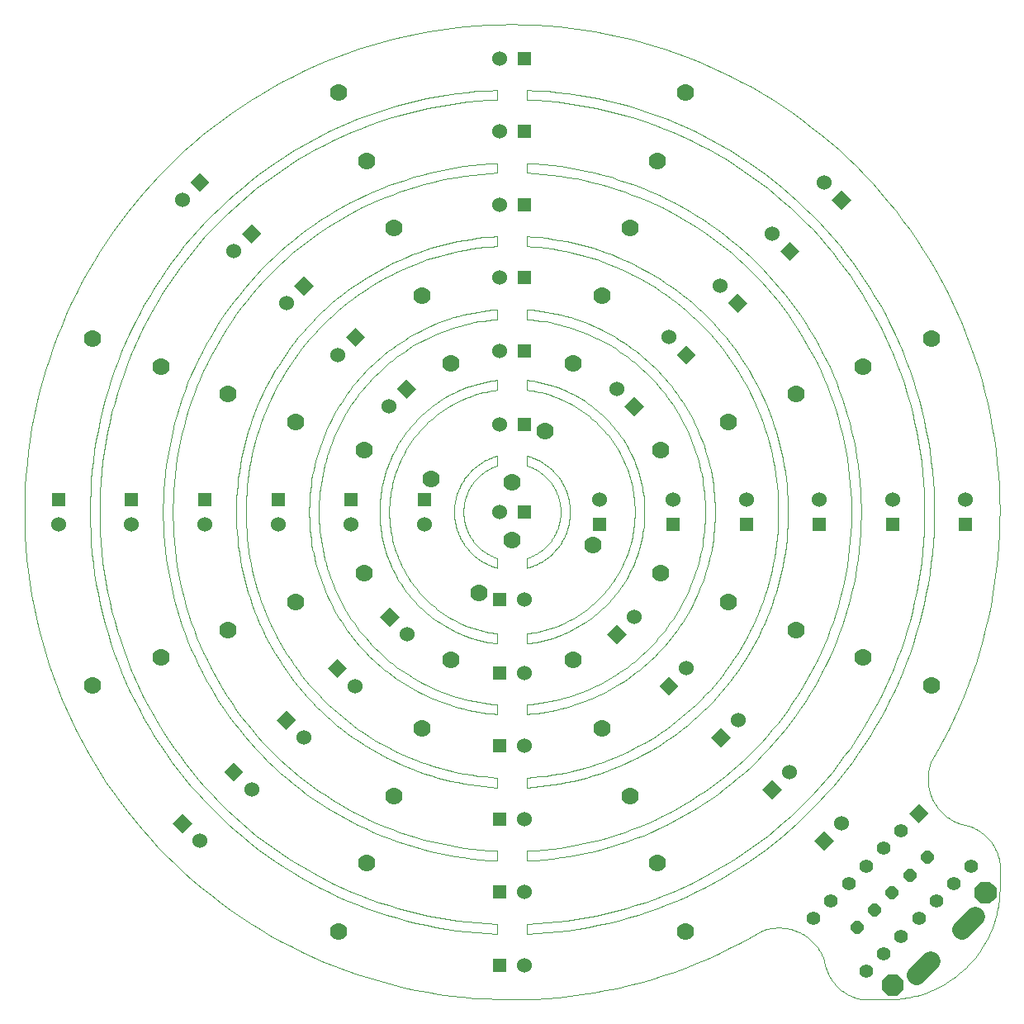
<source format=gbs>
G75*
%MOIN*%
%OFA0B0*%
%FSLAX25Y25*%
%IPPOS*%
%LPD*%
%AMOC8*
5,1,8,0,0,1.08239X$1,22.5*
%
%ADD10C,0.00039*%
%ADD11C,0.06000*%
%ADD12R,0.05550X0.05550*%
%ADD13R,0.05550X0.05550*%
%ADD14C,0.07000*%
%ADD15C,0.01780*%
%ADD16C,0.05550*%
%ADD17C,0.08077*%
%ADD18OC8,0.05124*%
D10*
X0196079Y0051394D02*
X0196079Y0055331D01*
X0207890Y0055331D02*
X0207890Y0051394D01*
X0207890Y0080921D02*
X0207890Y0084858D01*
X0196079Y0084858D02*
X0196079Y0080921D01*
X0196079Y0110449D02*
X0196079Y0114386D01*
X0207890Y0114386D02*
X0207890Y0110449D01*
X0207890Y0139976D02*
X0207890Y0143913D01*
X0196079Y0143913D02*
X0196079Y0139976D01*
X0196079Y0168520D02*
X0196079Y0172457D01*
X0207890Y0172457D02*
X0207890Y0168520D01*
X0207890Y0199031D02*
X0207890Y0202969D01*
X0196079Y0202969D02*
X0196079Y0199031D01*
X0302378Y0052378D02*
X0298200Y0049969D01*
X0293964Y0047663D01*
X0289673Y0045461D01*
X0285329Y0043366D01*
X0280935Y0041377D01*
X0276494Y0039497D01*
X0272009Y0037726D01*
X0267481Y0036065D01*
X0262913Y0034516D01*
X0258310Y0033080D01*
X0253672Y0031756D01*
X0249003Y0030547D01*
X0244306Y0029452D01*
X0239584Y0028473D01*
X0234839Y0027610D01*
X0230075Y0026863D01*
X0225293Y0026233D01*
X0220498Y0025721D01*
X0215691Y0025326D01*
X0210876Y0025049D01*
X0206056Y0024890D01*
X0201233Y0024849D01*
X0196411Y0024927D01*
X0191592Y0025123D01*
X0186780Y0025436D01*
X0181976Y0025868D01*
X0177185Y0026417D01*
X0172408Y0027083D01*
X0167650Y0027866D01*
X0162912Y0028765D01*
X0158197Y0029781D01*
X0153508Y0030911D01*
X0148849Y0032156D01*
X0144222Y0033515D01*
X0139629Y0034986D01*
X0135074Y0036570D01*
X0130559Y0038265D01*
X0126086Y0040070D01*
X0121660Y0041985D01*
X0117281Y0044007D01*
X0112954Y0046135D01*
X0108680Y0048369D01*
X0104462Y0050707D01*
X0100302Y0053148D01*
X0096203Y0055690D01*
X0092168Y0058332D01*
X0088199Y0061071D01*
X0084299Y0063908D01*
X0080469Y0066838D01*
X0076712Y0069862D01*
X0073030Y0072977D01*
X0069425Y0076181D01*
X0065900Y0079473D01*
X0062457Y0082850D01*
X0059098Y0086310D01*
X0055824Y0089852D01*
X0052638Y0093472D01*
X0049542Y0097170D01*
X0046537Y0100942D01*
X0043626Y0104787D01*
X0040810Y0108703D01*
X0038090Y0112685D01*
X0035469Y0116734D01*
X0032948Y0120845D01*
X0030529Y0125017D01*
X0028212Y0129247D01*
X0026000Y0133532D01*
X0023893Y0137871D01*
X0021893Y0142259D01*
X0020002Y0146696D01*
X0018219Y0151177D01*
X0016548Y0155701D01*
X0014987Y0160264D01*
X0013538Y0164864D01*
X0012203Y0169498D01*
X0010982Y0174164D01*
X0009875Y0178858D01*
X0008884Y0183578D01*
X0008009Y0188321D01*
X0007250Y0193083D01*
X0006608Y0197863D01*
X0006083Y0202657D01*
X0005676Y0207463D01*
X0005387Y0212277D01*
X0005216Y0217097D01*
X0005163Y0221919D01*
X0005228Y0226742D01*
X0005412Y0231561D01*
X0005713Y0236374D01*
X0006132Y0241179D01*
X0006669Y0245971D01*
X0007323Y0250750D01*
X0008094Y0255510D01*
X0008982Y0260251D01*
X0009985Y0264968D01*
X0011103Y0269659D01*
X0012336Y0274322D01*
X0013683Y0278953D01*
X0015144Y0283549D01*
X0016716Y0288108D01*
X0018399Y0292628D01*
X0020193Y0297105D01*
X0022096Y0301536D01*
X0024107Y0305920D01*
X0026224Y0310253D01*
X0028448Y0314533D01*
X0030775Y0318757D01*
X0033205Y0322922D01*
X0035737Y0327027D01*
X0038368Y0331069D01*
X0041098Y0335045D01*
X0043924Y0338953D01*
X0046845Y0342790D01*
X0049859Y0346555D01*
X0052965Y0350245D01*
X0056160Y0353857D01*
X0059442Y0357391D01*
X0062811Y0360842D01*
X0066262Y0364211D01*
X0069796Y0367493D01*
X0073408Y0370688D01*
X0077098Y0373794D01*
X0080863Y0376808D01*
X0084700Y0379729D01*
X0088608Y0382555D01*
X0092584Y0385285D01*
X0096626Y0387916D01*
X0100731Y0390448D01*
X0104896Y0392878D01*
X0109120Y0395205D01*
X0113400Y0397429D01*
X0117733Y0399546D01*
X0122117Y0401557D01*
X0126548Y0403460D01*
X0131025Y0405254D01*
X0135545Y0406937D01*
X0140104Y0408509D01*
X0144700Y0409970D01*
X0149331Y0411317D01*
X0153994Y0412550D01*
X0158685Y0413668D01*
X0163402Y0414671D01*
X0168143Y0415559D01*
X0172903Y0416330D01*
X0177682Y0416984D01*
X0182474Y0417521D01*
X0187279Y0417940D01*
X0192092Y0418241D01*
X0196911Y0418425D01*
X0201734Y0418490D01*
X0206556Y0418437D01*
X0211376Y0418266D01*
X0216190Y0417977D01*
X0220996Y0417570D01*
X0225790Y0417045D01*
X0230570Y0416403D01*
X0235332Y0415644D01*
X0240075Y0414769D01*
X0244795Y0413778D01*
X0249489Y0412671D01*
X0254155Y0411450D01*
X0258789Y0410115D01*
X0263389Y0408666D01*
X0267952Y0407105D01*
X0272476Y0405434D01*
X0276957Y0403651D01*
X0281394Y0401760D01*
X0285782Y0399760D01*
X0290121Y0397653D01*
X0294406Y0395441D01*
X0298636Y0393124D01*
X0302808Y0390705D01*
X0306919Y0388184D01*
X0310968Y0385563D01*
X0314950Y0382843D01*
X0318866Y0380027D01*
X0322711Y0377116D01*
X0326483Y0374111D01*
X0330181Y0371015D01*
X0333801Y0367829D01*
X0337343Y0364555D01*
X0340803Y0361196D01*
X0344180Y0357753D01*
X0347472Y0354228D01*
X0350676Y0350623D01*
X0353791Y0346941D01*
X0356815Y0343184D01*
X0359745Y0339354D01*
X0362582Y0335454D01*
X0365321Y0331485D01*
X0367963Y0327450D01*
X0370505Y0323351D01*
X0372946Y0319191D01*
X0375284Y0314973D01*
X0377518Y0310699D01*
X0379646Y0306372D01*
X0381668Y0301993D01*
X0383583Y0297567D01*
X0385388Y0293094D01*
X0387083Y0288579D01*
X0388667Y0284024D01*
X0390138Y0279431D01*
X0391497Y0274804D01*
X0392742Y0270145D01*
X0393872Y0265456D01*
X0394888Y0260741D01*
X0395787Y0256003D01*
X0396570Y0251245D01*
X0397236Y0246468D01*
X0397785Y0241677D01*
X0398217Y0236873D01*
X0398530Y0232061D01*
X0398726Y0227242D01*
X0398804Y0222420D01*
X0398763Y0217597D01*
X0398604Y0212777D01*
X0398327Y0207962D01*
X0397932Y0203155D01*
X0397420Y0198360D01*
X0396790Y0193578D01*
X0396043Y0188814D01*
X0395180Y0184069D01*
X0394201Y0179347D01*
X0393106Y0174650D01*
X0391897Y0169981D01*
X0390573Y0165343D01*
X0389137Y0160740D01*
X0387588Y0156172D01*
X0385927Y0151644D01*
X0384156Y0147159D01*
X0382276Y0142718D01*
X0380287Y0138324D01*
X0378192Y0133980D01*
X0375990Y0129689D01*
X0373684Y0125453D01*
X0371275Y0121275D01*
X0371276Y0121276D02*
X0371104Y0120843D01*
X0370942Y0120407D01*
X0370791Y0119967D01*
X0370651Y0119523D01*
X0370521Y0119076D01*
X0370403Y0118627D01*
X0370295Y0118174D01*
X0370198Y0117719D01*
X0370113Y0117261D01*
X0370038Y0116802D01*
X0369975Y0116341D01*
X0369923Y0115879D01*
X0369882Y0115415D01*
X0369852Y0114951D01*
X0369833Y0114486D01*
X0369826Y0114021D01*
X0369830Y0113556D01*
X0369845Y0113091D01*
X0369872Y0112626D01*
X0369910Y0112162D01*
X0369959Y0111700D01*
X0370019Y0111238D01*
X0370090Y0110779D01*
X0370173Y0110321D01*
X0370266Y0109865D01*
X0370371Y0109411D01*
X0370486Y0108961D01*
X0370613Y0108513D01*
X0370750Y0108068D01*
X0370898Y0107627D01*
X0371056Y0107190D01*
X0371225Y0106756D01*
X0371405Y0106327D01*
X0371594Y0105902D01*
X0371795Y0105482D01*
X0372005Y0105067D01*
X0372225Y0104657D01*
X0372455Y0104253D01*
X0372695Y0103854D01*
X0372944Y0103461D01*
X0373203Y0103075D01*
X0373471Y0102694D01*
X0373748Y0102321D01*
X0374034Y0101954D01*
X0374329Y0101594D01*
X0374633Y0101241D01*
X0374945Y0100896D01*
X0375265Y0100559D01*
X0375594Y0100229D01*
X0375930Y0099907D01*
X0376274Y0099594D01*
X0376625Y0099289D01*
X0376984Y0098993D01*
X0377350Y0098705D01*
X0377723Y0098427D01*
X0378102Y0098157D01*
X0378488Y0097897D01*
X0378879Y0097646D01*
X0379277Y0097405D01*
X0379681Y0097174D01*
X0380090Y0096952D01*
X0380504Y0096740D01*
X0380924Y0096538D01*
X0381348Y0096347D01*
X0381776Y0096166D01*
X0382209Y0095995D01*
X0382646Y0095835D01*
X0383087Y0095686D01*
X0383087Y0095684D02*
X0383532Y0095615D01*
X0383975Y0095535D01*
X0384417Y0095445D01*
X0384856Y0095343D01*
X0385293Y0095231D01*
X0385726Y0095109D01*
X0386157Y0094976D01*
X0386584Y0094832D01*
X0387008Y0094678D01*
X0387427Y0094514D01*
X0387843Y0094340D01*
X0388254Y0094156D01*
X0388661Y0093962D01*
X0389063Y0093758D01*
X0389460Y0093544D01*
X0389851Y0093321D01*
X0390237Y0093088D01*
X0390617Y0092846D01*
X0390991Y0092595D01*
X0391359Y0092335D01*
X0391721Y0092066D01*
X0392076Y0091788D01*
X0392424Y0091502D01*
X0392765Y0091207D01*
X0393099Y0090904D01*
X0393425Y0090594D01*
X0393744Y0090275D01*
X0394054Y0089949D01*
X0394357Y0089615D01*
X0394652Y0089274D01*
X0394938Y0088926D01*
X0395216Y0088571D01*
X0395485Y0088209D01*
X0395745Y0087841D01*
X0395996Y0087467D01*
X0396238Y0087087D01*
X0396471Y0086701D01*
X0396694Y0086310D01*
X0396908Y0085913D01*
X0397112Y0085511D01*
X0397306Y0085104D01*
X0397490Y0084693D01*
X0397664Y0084277D01*
X0397828Y0083858D01*
X0397982Y0083434D01*
X0398126Y0083007D01*
X0398259Y0082576D01*
X0398381Y0082143D01*
X0398493Y0081706D01*
X0398595Y0081267D01*
X0398685Y0080825D01*
X0398765Y0080382D01*
X0398834Y0079937D01*
X0398835Y0079937D02*
X0398835Y0070094D01*
X0398822Y0069000D01*
X0398782Y0067907D01*
X0398716Y0066814D01*
X0398624Y0065724D01*
X0398505Y0064637D01*
X0398360Y0063552D01*
X0398189Y0062471D01*
X0397992Y0061395D01*
X0397768Y0060324D01*
X0397519Y0059259D01*
X0397245Y0058200D01*
X0396945Y0057148D01*
X0396619Y0056103D01*
X0396268Y0055067D01*
X0395893Y0054039D01*
X0395492Y0053021D01*
X0395068Y0052012D01*
X0394619Y0051015D01*
X0394146Y0050028D01*
X0393649Y0049053D01*
X0393129Y0048091D01*
X0392586Y0047141D01*
X0392020Y0046205D01*
X0391431Y0045282D01*
X0390820Y0044374D01*
X0390188Y0043481D01*
X0389534Y0042604D01*
X0388860Y0041743D01*
X0388164Y0040898D01*
X0387449Y0040070D01*
X0386713Y0039260D01*
X0385958Y0038468D01*
X0385185Y0037695D01*
X0384393Y0036940D01*
X0383583Y0036204D01*
X0382755Y0035489D01*
X0381910Y0034793D01*
X0381049Y0034119D01*
X0380172Y0033465D01*
X0379279Y0032833D01*
X0378371Y0032222D01*
X0377448Y0031633D01*
X0376512Y0031067D01*
X0375562Y0030524D01*
X0374600Y0030004D01*
X0373625Y0029507D01*
X0372638Y0029034D01*
X0371641Y0028585D01*
X0370632Y0028161D01*
X0369614Y0027760D01*
X0368586Y0027385D01*
X0367550Y0027034D01*
X0366505Y0026708D01*
X0365453Y0026408D01*
X0364394Y0026134D01*
X0363329Y0025885D01*
X0362258Y0025661D01*
X0361182Y0025464D01*
X0360101Y0025293D01*
X0359016Y0025148D01*
X0357929Y0025029D01*
X0356839Y0024937D01*
X0355746Y0024871D01*
X0354653Y0024831D01*
X0353559Y0024818D01*
X0353559Y0024819D02*
X0343717Y0024819D01*
X0343716Y0024820D02*
X0343271Y0024889D01*
X0342828Y0024969D01*
X0342386Y0025059D01*
X0341947Y0025161D01*
X0341510Y0025273D01*
X0341077Y0025395D01*
X0340646Y0025528D01*
X0340219Y0025672D01*
X0339795Y0025826D01*
X0339376Y0025990D01*
X0338960Y0026164D01*
X0338549Y0026348D01*
X0338142Y0026542D01*
X0337740Y0026746D01*
X0337343Y0026960D01*
X0336952Y0027183D01*
X0336566Y0027416D01*
X0336186Y0027658D01*
X0335812Y0027909D01*
X0335444Y0028169D01*
X0335082Y0028438D01*
X0334727Y0028716D01*
X0334379Y0029002D01*
X0334038Y0029297D01*
X0333704Y0029600D01*
X0333378Y0029910D01*
X0333059Y0030229D01*
X0332749Y0030555D01*
X0332446Y0030889D01*
X0332151Y0031230D01*
X0331865Y0031578D01*
X0331587Y0031933D01*
X0331318Y0032295D01*
X0331058Y0032663D01*
X0330807Y0033037D01*
X0330565Y0033417D01*
X0330332Y0033803D01*
X0330109Y0034194D01*
X0329895Y0034591D01*
X0329691Y0034993D01*
X0329497Y0035400D01*
X0329313Y0035811D01*
X0329139Y0036227D01*
X0328975Y0036646D01*
X0328821Y0037070D01*
X0328677Y0037497D01*
X0328544Y0037928D01*
X0328422Y0038361D01*
X0328310Y0038798D01*
X0328208Y0039237D01*
X0328118Y0039679D01*
X0328038Y0040122D01*
X0327969Y0040567D01*
X0327968Y0040566D02*
X0327819Y0041007D01*
X0327659Y0041444D01*
X0327488Y0041877D01*
X0327307Y0042305D01*
X0327116Y0042729D01*
X0326914Y0043149D01*
X0326702Y0043563D01*
X0326480Y0043972D01*
X0326249Y0044376D01*
X0326008Y0044774D01*
X0325757Y0045165D01*
X0325497Y0045551D01*
X0325227Y0045930D01*
X0324949Y0046303D01*
X0324661Y0046669D01*
X0324365Y0047028D01*
X0324060Y0047379D01*
X0323747Y0047723D01*
X0323425Y0048059D01*
X0323095Y0048388D01*
X0322758Y0048708D01*
X0322413Y0049020D01*
X0322060Y0049324D01*
X0321700Y0049619D01*
X0321333Y0049905D01*
X0320960Y0050182D01*
X0320579Y0050450D01*
X0320193Y0050709D01*
X0319800Y0050958D01*
X0319401Y0051198D01*
X0318997Y0051428D01*
X0318587Y0051648D01*
X0318172Y0051858D01*
X0317752Y0052059D01*
X0317327Y0052248D01*
X0316898Y0052428D01*
X0316464Y0052597D01*
X0316027Y0052755D01*
X0315586Y0052903D01*
X0315141Y0053040D01*
X0314693Y0053167D01*
X0314243Y0053282D01*
X0313789Y0053387D01*
X0313333Y0053480D01*
X0312875Y0053563D01*
X0312416Y0053634D01*
X0311954Y0053694D01*
X0311492Y0053743D01*
X0311028Y0053781D01*
X0310563Y0053808D01*
X0310098Y0053823D01*
X0309633Y0053827D01*
X0309168Y0053820D01*
X0308703Y0053801D01*
X0308239Y0053771D01*
X0307775Y0053730D01*
X0307313Y0053678D01*
X0306852Y0053615D01*
X0306393Y0053540D01*
X0305935Y0053455D01*
X0305480Y0053358D01*
X0305027Y0053250D01*
X0304578Y0053132D01*
X0304131Y0053002D01*
X0303687Y0052862D01*
X0303247Y0052711D01*
X0302811Y0052549D01*
X0302378Y0052377D01*
X0207889Y0055331D02*
X0211941Y0055524D01*
X0215987Y0055816D01*
X0220024Y0056207D01*
X0224050Y0056695D01*
X0228064Y0057282D01*
X0232062Y0057966D01*
X0236042Y0058748D01*
X0240002Y0059626D01*
X0243939Y0060601D01*
X0247852Y0061671D01*
X0251737Y0062836D01*
X0255592Y0064095D01*
X0259416Y0065449D01*
X0263206Y0066894D01*
X0266959Y0068432D01*
X0270674Y0070061D01*
X0274348Y0071780D01*
X0277979Y0073588D01*
X0281564Y0075483D01*
X0285103Y0077466D01*
X0288592Y0079534D01*
X0292030Y0081687D01*
X0295414Y0083923D01*
X0298743Y0086240D01*
X0302014Y0088638D01*
X0305226Y0091115D01*
X0308377Y0093670D01*
X0311464Y0096300D01*
X0314487Y0099005D01*
X0317442Y0101783D01*
X0320329Y0104632D01*
X0323146Y0107551D01*
X0325891Y0110537D01*
X0328562Y0113589D01*
X0331158Y0116706D01*
X0333678Y0119885D01*
X0336119Y0123124D01*
X0338480Y0126422D01*
X0340761Y0129776D01*
X0342959Y0133185D01*
X0345073Y0136646D01*
X0347102Y0140158D01*
X0349045Y0143719D01*
X0350901Y0147325D01*
X0352668Y0150976D01*
X0354346Y0154669D01*
X0355934Y0158402D01*
X0357430Y0162172D01*
X0358833Y0165977D01*
X0360144Y0169816D01*
X0361360Y0173685D01*
X0362482Y0177583D01*
X0363509Y0181507D01*
X0364440Y0185455D01*
X0365274Y0189424D01*
X0366011Y0193413D01*
X0366651Y0197418D01*
X0367193Y0201438D01*
X0367637Y0205470D01*
X0367982Y0209511D01*
X0368229Y0213560D01*
X0368378Y0217613D01*
X0368427Y0221669D01*
X0368378Y0225725D01*
X0368229Y0229778D01*
X0367982Y0233827D01*
X0367637Y0237868D01*
X0367193Y0241900D01*
X0366651Y0245920D01*
X0366011Y0249925D01*
X0365274Y0253914D01*
X0364440Y0257883D01*
X0363509Y0261831D01*
X0362482Y0265755D01*
X0361360Y0269653D01*
X0360144Y0273522D01*
X0358833Y0277361D01*
X0357430Y0281166D01*
X0355934Y0284936D01*
X0354346Y0288669D01*
X0352668Y0292362D01*
X0350901Y0296013D01*
X0349045Y0299619D01*
X0347102Y0303180D01*
X0345073Y0306692D01*
X0342959Y0310153D01*
X0340761Y0313562D01*
X0338480Y0316916D01*
X0336119Y0320214D01*
X0333678Y0323453D01*
X0331158Y0326632D01*
X0328562Y0329749D01*
X0325891Y0332801D01*
X0323146Y0335787D01*
X0320329Y0338706D01*
X0317442Y0341555D01*
X0314487Y0344333D01*
X0311464Y0347038D01*
X0308377Y0349668D01*
X0305226Y0352223D01*
X0302014Y0354700D01*
X0298743Y0357098D01*
X0295414Y0359415D01*
X0292030Y0361651D01*
X0288592Y0363804D01*
X0285103Y0365872D01*
X0281564Y0367855D01*
X0277979Y0369750D01*
X0274348Y0371558D01*
X0270674Y0373277D01*
X0266959Y0374906D01*
X0263206Y0376444D01*
X0259416Y0377889D01*
X0255592Y0379243D01*
X0251737Y0380502D01*
X0247852Y0381667D01*
X0243939Y0382737D01*
X0240002Y0383712D01*
X0236042Y0384590D01*
X0232062Y0385372D01*
X0228064Y0386056D01*
X0224050Y0386643D01*
X0220024Y0387131D01*
X0215987Y0387522D01*
X0211941Y0387814D01*
X0207889Y0388007D01*
X0207890Y0388008D02*
X0207890Y0391945D01*
X0196079Y0391945D02*
X0196079Y0388008D01*
X0196079Y0362417D02*
X0196079Y0358480D01*
X0207890Y0358480D02*
X0207890Y0362417D01*
X0207890Y0332890D02*
X0207890Y0328953D01*
X0196079Y0328953D02*
X0196079Y0332890D01*
X0196079Y0303362D02*
X0196079Y0299425D01*
X0207890Y0299425D02*
X0207890Y0303362D01*
X0207890Y0274819D02*
X0207890Y0270882D01*
X0196079Y0270882D02*
X0196079Y0274819D01*
X0196079Y0244307D02*
X0196079Y0240370D01*
X0207890Y0240370D02*
X0207890Y0244307D01*
X0207890Y0391945D02*
X0212039Y0391750D01*
X0216183Y0391454D01*
X0220318Y0391058D01*
X0224442Y0390560D01*
X0228553Y0389963D01*
X0232649Y0389265D01*
X0236726Y0388467D01*
X0240782Y0387571D01*
X0244815Y0386576D01*
X0248823Y0385482D01*
X0252803Y0384292D01*
X0256753Y0383004D01*
X0260670Y0381621D01*
X0264552Y0380143D01*
X0268397Y0378570D01*
X0272203Y0376904D01*
X0275967Y0375146D01*
X0279686Y0373297D01*
X0283360Y0371357D01*
X0286985Y0369329D01*
X0290560Y0367213D01*
X0294082Y0365010D01*
X0297550Y0362722D01*
X0300960Y0360350D01*
X0304312Y0357896D01*
X0307603Y0355360D01*
X0310831Y0352745D01*
X0313994Y0350053D01*
X0317091Y0347284D01*
X0320119Y0344440D01*
X0323077Y0341523D01*
X0325964Y0338535D01*
X0328776Y0335478D01*
X0331513Y0332353D01*
X0334173Y0329162D01*
X0336754Y0325907D01*
X0339256Y0322590D01*
X0341675Y0319214D01*
X0344012Y0315779D01*
X0346264Y0312288D01*
X0348431Y0308744D01*
X0350510Y0305147D01*
X0352501Y0301501D01*
X0354403Y0297808D01*
X0356214Y0294069D01*
X0357933Y0290287D01*
X0359560Y0286465D01*
X0361093Y0282604D01*
X0362531Y0278707D01*
X0363874Y0274775D01*
X0365121Y0270813D01*
X0366270Y0266821D01*
X0367322Y0262802D01*
X0368276Y0258759D01*
X0369131Y0254693D01*
X0369886Y0250608D01*
X0370542Y0246506D01*
X0371097Y0242389D01*
X0371552Y0238260D01*
X0371906Y0234121D01*
X0372159Y0229974D01*
X0372311Y0225823D01*
X0372362Y0221669D01*
X0372311Y0217515D01*
X0372159Y0213364D01*
X0371906Y0209217D01*
X0371552Y0205078D01*
X0371097Y0200949D01*
X0370542Y0196832D01*
X0369886Y0192730D01*
X0369131Y0188645D01*
X0368276Y0184579D01*
X0367322Y0180536D01*
X0366270Y0176517D01*
X0365121Y0172525D01*
X0363874Y0168563D01*
X0362531Y0164631D01*
X0361093Y0160734D01*
X0359560Y0156873D01*
X0357933Y0153051D01*
X0356214Y0149269D01*
X0354403Y0145530D01*
X0352501Y0141837D01*
X0350510Y0138191D01*
X0348431Y0134594D01*
X0346264Y0131050D01*
X0344012Y0127559D01*
X0341675Y0124124D01*
X0339256Y0120748D01*
X0336754Y0117431D01*
X0334173Y0114176D01*
X0331513Y0110985D01*
X0328776Y0107860D01*
X0325964Y0104803D01*
X0323077Y0101815D01*
X0320119Y0098898D01*
X0317091Y0096054D01*
X0313994Y0093285D01*
X0310831Y0090593D01*
X0307603Y0087978D01*
X0304312Y0085442D01*
X0300960Y0082988D01*
X0297550Y0080616D01*
X0294082Y0078328D01*
X0290560Y0076125D01*
X0286985Y0074009D01*
X0283360Y0071981D01*
X0279686Y0070041D01*
X0275967Y0068192D01*
X0272203Y0066434D01*
X0268397Y0064768D01*
X0264552Y0063195D01*
X0260670Y0061717D01*
X0256753Y0060334D01*
X0252803Y0059046D01*
X0248823Y0057856D01*
X0244815Y0056762D01*
X0240782Y0055767D01*
X0236726Y0054871D01*
X0232649Y0054073D01*
X0228553Y0053375D01*
X0224442Y0052778D01*
X0220318Y0052280D01*
X0216183Y0051884D01*
X0212039Y0051588D01*
X0207890Y0051393D01*
X0207890Y0080921D02*
X0211330Y0081107D01*
X0214766Y0081378D01*
X0218193Y0081733D01*
X0221611Y0082171D01*
X0225017Y0082693D01*
X0228410Y0083298D01*
X0231786Y0083985D01*
X0235145Y0084756D01*
X0238484Y0085608D01*
X0241801Y0086541D01*
X0245094Y0087555D01*
X0248362Y0088650D01*
X0251601Y0089824D01*
X0254811Y0091077D01*
X0257990Y0092408D01*
X0261135Y0093817D01*
X0264244Y0095302D01*
X0267316Y0096863D01*
X0270349Y0098498D01*
X0273342Y0100207D01*
X0276291Y0101989D01*
X0279196Y0103842D01*
X0282055Y0105766D01*
X0284866Y0107759D01*
X0287627Y0109820D01*
X0290338Y0111949D01*
X0292995Y0114142D01*
X0295598Y0116401D01*
X0298144Y0118722D01*
X0300634Y0121105D01*
X0303064Y0123548D01*
X0305434Y0126049D01*
X0307741Y0128608D01*
X0309986Y0131223D01*
X0312166Y0133892D01*
X0314280Y0136613D01*
X0316327Y0139385D01*
X0318305Y0142206D01*
X0320214Y0145075D01*
X0322052Y0147990D01*
X0323818Y0150949D01*
X0325512Y0153950D01*
X0327131Y0156992D01*
X0328676Y0160072D01*
X0330144Y0163189D01*
X0331536Y0166342D01*
X0332851Y0169527D01*
X0334087Y0172743D01*
X0335244Y0175989D01*
X0336322Y0179262D01*
X0337319Y0182561D01*
X0338235Y0185883D01*
X0339069Y0189226D01*
X0339822Y0192589D01*
X0340492Y0195969D01*
X0341079Y0199364D01*
X0341583Y0202773D01*
X0342003Y0206193D01*
X0342340Y0209623D01*
X0342593Y0213059D01*
X0342761Y0216501D01*
X0342845Y0219946D01*
X0342845Y0223392D01*
X0342761Y0226837D01*
X0342593Y0230279D01*
X0342340Y0233715D01*
X0342003Y0237145D01*
X0341583Y0240565D01*
X0341079Y0243974D01*
X0340492Y0247369D01*
X0339822Y0250749D01*
X0339069Y0254112D01*
X0338235Y0257455D01*
X0337319Y0260777D01*
X0336322Y0264076D01*
X0335244Y0267349D01*
X0334087Y0270595D01*
X0332851Y0273811D01*
X0331536Y0276996D01*
X0330144Y0280149D01*
X0328676Y0283266D01*
X0327131Y0286346D01*
X0325512Y0289388D01*
X0323818Y0292389D01*
X0322052Y0295348D01*
X0320214Y0298263D01*
X0318305Y0301132D01*
X0316327Y0303953D01*
X0314280Y0306725D01*
X0312166Y0309446D01*
X0309986Y0312115D01*
X0307741Y0314730D01*
X0305434Y0317289D01*
X0303064Y0319790D01*
X0300634Y0322233D01*
X0298144Y0324616D01*
X0295598Y0326937D01*
X0292995Y0329196D01*
X0290338Y0331389D01*
X0287627Y0333518D01*
X0284866Y0335579D01*
X0282055Y0337572D01*
X0279196Y0339496D01*
X0276291Y0341349D01*
X0273342Y0343131D01*
X0270349Y0344840D01*
X0267316Y0346475D01*
X0264244Y0348036D01*
X0261135Y0349521D01*
X0257990Y0350930D01*
X0254811Y0352261D01*
X0251601Y0353514D01*
X0248362Y0354688D01*
X0245094Y0355783D01*
X0241801Y0356797D01*
X0238484Y0357730D01*
X0235145Y0358582D01*
X0231786Y0359353D01*
X0228410Y0360040D01*
X0225017Y0360645D01*
X0221611Y0361167D01*
X0218193Y0361605D01*
X0214766Y0361960D01*
X0211330Y0362231D01*
X0207890Y0362417D01*
X0207889Y0358480D02*
X0211231Y0358294D01*
X0214568Y0358028D01*
X0217897Y0357679D01*
X0221216Y0357250D01*
X0224524Y0356739D01*
X0227818Y0356148D01*
X0231097Y0355476D01*
X0234359Y0354725D01*
X0237601Y0353894D01*
X0240822Y0352984D01*
X0244020Y0351996D01*
X0247192Y0350929D01*
X0250338Y0349786D01*
X0253455Y0348566D01*
X0256541Y0347270D01*
X0259594Y0345899D01*
X0262613Y0344454D01*
X0265596Y0342935D01*
X0268541Y0341345D01*
X0271446Y0339682D01*
X0274309Y0337949D01*
X0277129Y0336147D01*
X0279905Y0334276D01*
X0282634Y0332338D01*
X0285314Y0330334D01*
X0287945Y0328265D01*
X0290525Y0326132D01*
X0293051Y0323937D01*
X0295524Y0321681D01*
X0297940Y0319365D01*
X0300299Y0316990D01*
X0302599Y0314559D01*
X0304840Y0312072D01*
X0307018Y0309532D01*
X0309134Y0306938D01*
X0311186Y0304294D01*
X0313173Y0301600D01*
X0315093Y0298859D01*
X0316946Y0296072D01*
X0318730Y0293240D01*
X0320444Y0290365D01*
X0322088Y0287449D01*
X0323660Y0284494D01*
X0325159Y0281502D01*
X0326584Y0278474D01*
X0327936Y0275411D01*
X0329211Y0272317D01*
X0330411Y0269192D01*
X0331534Y0266039D01*
X0332580Y0262860D01*
X0333548Y0259656D01*
X0334437Y0256429D01*
X0335247Y0253182D01*
X0335977Y0249915D01*
X0336627Y0246632D01*
X0337197Y0243334D01*
X0337686Y0240023D01*
X0338094Y0236701D01*
X0338421Y0233370D01*
X0338666Y0230032D01*
X0338830Y0226689D01*
X0338912Y0223343D01*
X0338912Y0219995D01*
X0338830Y0216649D01*
X0338666Y0213306D01*
X0338421Y0209968D01*
X0338094Y0206637D01*
X0337686Y0203315D01*
X0337197Y0200004D01*
X0336627Y0196706D01*
X0335977Y0193423D01*
X0335247Y0190156D01*
X0334437Y0186909D01*
X0333548Y0183682D01*
X0332580Y0180478D01*
X0331534Y0177299D01*
X0330411Y0174146D01*
X0329211Y0171021D01*
X0327936Y0167927D01*
X0326584Y0164864D01*
X0325159Y0161836D01*
X0323660Y0158844D01*
X0322088Y0155889D01*
X0320444Y0152973D01*
X0318730Y0150098D01*
X0316946Y0147266D01*
X0315093Y0144479D01*
X0313173Y0141738D01*
X0311186Y0139044D01*
X0309134Y0136400D01*
X0307018Y0133806D01*
X0304840Y0131266D01*
X0302599Y0128779D01*
X0300299Y0126348D01*
X0297940Y0123973D01*
X0295524Y0121657D01*
X0293051Y0119401D01*
X0290525Y0117206D01*
X0287945Y0115073D01*
X0285314Y0113004D01*
X0282634Y0111000D01*
X0279905Y0109062D01*
X0277129Y0107191D01*
X0274309Y0105389D01*
X0271446Y0103656D01*
X0268541Y0101993D01*
X0265596Y0100403D01*
X0262613Y0098884D01*
X0259594Y0097439D01*
X0256541Y0096068D01*
X0253455Y0094772D01*
X0250338Y0093552D01*
X0247192Y0092409D01*
X0244020Y0091342D01*
X0240822Y0090354D01*
X0237601Y0089444D01*
X0234359Y0088613D01*
X0231097Y0087862D01*
X0227818Y0087190D01*
X0224524Y0086599D01*
X0221216Y0086088D01*
X0217897Y0085659D01*
X0214568Y0085310D01*
X0211231Y0085044D01*
X0207889Y0084858D01*
X0207890Y0114385D02*
X0210510Y0114562D01*
X0213126Y0114802D01*
X0215735Y0115107D01*
X0218336Y0115475D01*
X0220927Y0115906D01*
X0223507Y0116401D01*
X0226074Y0116958D01*
X0228627Y0117579D01*
X0231163Y0118261D01*
X0233683Y0119005D01*
X0236183Y0119811D01*
X0238663Y0120677D01*
X0241121Y0121604D01*
X0243555Y0122591D01*
X0245965Y0123637D01*
X0248348Y0124741D01*
X0250704Y0125903D01*
X0253030Y0127123D01*
X0255326Y0128399D01*
X0257590Y0129731D01*
X0259821Y0131118D01*
X0262018Y0132559D01*
X0264178Y0134053D01*
X0266301Y0135600D01*
X0268386Y0137198D01*
X0270431Y0138846D01*
X0272436Y0140544D01*
X0274398Y0142291D01*
X0276317Y0144085D01*
X0278191Y0145925D01*
X0280020Y0147811D01*
X0281802Y0149740D01*
X0283537Y0151713D01*
X0285222Y0153728D01*
X0286858Y0155783D01*
X0288444Y0157877D01*
X0289977Y0160010D01*
X0291458Y0162179D01*
X0292886Y0164385D01*
X0294259Y0166624D01*
X0295577Y0168896D01*
X0296839Y0171200D01*
X0298045Y0173534D01*
X0299193Y0175896D01*
X0300283Y0178286D01*
X0301314Y0180702D01*
X0302285Y0183143D01*
X0303197Y0185606D01*
X0304049Y0188091D01*
X0304839Y0190597D01*
X0305568Y0193120D01*
X0306235Y0195661D01*
X0306839Y0198217D01*
X0307381Y0200788D01*
X0307860Y0203370D01*
X0308276Y0205964D01*
X0308628Y0208567D01*
X0308917Y0211178D01*
X0309141Y0213795D01*
X0309302Y0216417D01*
X0309398Y0219042D01*
X0309430Y0221669D01*
X0309398Y0224296D01*
X0309302Y0226921D01*
X0309141Y0229543D01*
X0308917Y0232160D01*
X0308628Y0234771D01*
X0308276Y0237374D01*
X0307860Y0239968D01*
X0307381Y0242550D01*
X0306839Y0245121D01*
X0306235Y0247677D01*
X0305568Y0250218D01*
X0304839Y0252741D01*
X0304049Y0255247D01*
X0303197Y0257732D01*
X0302285Y0260195D01*
X0301314Y0262636D01*
X0300283Y0265052D01*
X0299193Y0267442D01*
X0298045Y0269804D01*
X0296839Y0272138D01*
X0295577Y0274442D01*
X0294259Y0276714D01*
X0292886Y0278953D01*
X0291458Y0281159D01*
X0289977Y0283328D01*
X0288444Y0285461D01*
X0286858Y0287555D01*
X0285222Y0289610D01*
X0283537Y0291625D01*
X0281802Y0293598D01*
X0280020Y0295527D01*
X0278191Y0297413D01*
X0276317Y0299253D01*
X0274398Y0301047D01*
X0272436Y0302794D01*
X0270431Y0304492D01*
X0268386Y0306140D01*
X0266301Y0307738D01*
X0264178Y0309285D01*
X0262018Y0310779D01*
X0259821Y0312220D01*
X0257590Y0313607D01*
X0255326Y0314939D01*
X0253030Y0316215D01*
X0250704Y0317435D01*
X0248348Y0318597D01*
X0245965Y0319701D01*
X0243555Y0320747D01*
X0241121Y0321734D01*
X0238663Y0322661D01*
X0236183Y0323527D01*
X0233683Y0324333D01*
X0231163Y0325077D01*
X0228627Y0325759D01*
X0226074Y0326380D01*
X0223507Y0326937D01*
X0220927Y0327432D01*
X0218336Y0327863D01*
X0215735Y0328231D01*
X0213126Y0328536D01*
X0210510Y0328776D01*
X0207890Y0328953D01*
X0207890Y0332889D02*
X0210610Y0332711D01*
X0213326Y0332467D01*
X0216034Y0332156D01*
X0218734Y0331779D01*
X0221425Y0331336D01*
X0224103Y0330828D01*
X0226768Y0330253D01*
X0229419Y0329614D01*
X0232053Y0328910D01*
X0234669Y0328142D01*
X0237265Y0327310D01*
X0239840Y0326415D01*
X0242393Y0325457D01*
X0244921Y0324437D01*
X0247424Y0323355D01*
X0249899Y0322212D01*
X0252346Y0321009D01*
X0254763Y0319747D01*
X0257147Y0318426D01*
X0259499Y0317046D01*
X0261817Y0315610D01*
X0264098Y0314117D01*
X0266342Y0312569D01*
X0268548Y0310967D01*
X0270714Y0309310D01*
X0272839Y0307602D01*
X0274921Y0305842D01*
X0276959Y0304031D01*
X0278953Y0302171D01*
X0280900Y0300263D01*
X0282800Y0298308D01*
X0284652Y0296307D01*
X0286454Y0294261D01*
X0288206Y0292172D01*
X0289906Y0290040D01*
X0291553Y0287868D01*
X0293146Y0285655D01*
X0294685Y0283405D01*
X0296169Y0281117D01*
X0297596Y0278794D01*
X0298965Y0276436D01*
X0300277Y0274046D01*
X0301529Y0271625D01*
X0302722Y0269173D01*
X0303855Y0266693D01*
X0304926Y0264186D01*
X0305936Y0261653D01*
X0306884Y0259097D01*
X0307769Y0256518D01*
X0308590Y0253918D01*
X0309347Y0251299D01*
X0310040Y0248662D01*
X0310669Y0246009D01*
X0311232Y0243342D01*
X0311730Y0240661D01*
X0312162Y0237969D01*
X0312528Y0235267D01*
X0312827Y0232558D01*
X0313061Y0229841D01*
X0313228Y0227120D01*
X0313328Y0224395D01*
X0313361Y0221669D01*
X0313328Y0218943D01*
X0313228Y0216218D01*
X0313061Y0213497D01*
X0312827Y0210780D01*
X0312528Y0208071D01*
X0312162Y0205369D01*
X0311730Y0202677D01*
X0311232Y0199996D01*
X0310669Y0197329D01*
X0310040Y0194676D01*
X0309347Y0192039D01*
X0308590Y0189420D01*
X0307769Y0186820D01*
X0306884Y0184241D01*
X0305936Y0181685D01*
X0304926Y0179152D01*
X0303855Y0176645D01*
X0302722Y0174165D01*
X0301529Y0171713D01*
X0300277Y0169292D01*
X0298965Y0166902D01*
X0297596Y0164544D01*
X0296169Y0162221D01*
X0294685Y0159933D01*
X0293146Y0157683D01*
X0291553Y0155470D01*
X0289906Y0153298D01*
X0288206Y0151166D01*
X0286454Y0149077D01*
X0284652Y0147031D01*
X0282800Y0145030D01*
X0280900Y0143075D01*
X0278953Y0141167D01*
X0276959Y0139307D01*
X0274921Y0137496D01*
X0272839Y0135736D01*
X0270714Y0134028D01*
X0268548Y0132371D01*
X0266342Y0130769D01*
X0264098Y0129221D01*
X0261817Y0127728D01*
X0259499Y0126292D01*
X0257147Y0124912D01*
X0254763Y0123591D01*
X0252346Y0122329D01*
X0249899Y0121126D01*
X0247424Y0119983D01*
X0244921Y0118901D01*
X0242393Y0117881D01*
X0239840Y0116923D01*
X0237265Y0116028D01*
X0234669Y0115196D01*
X0232053Y0114428D01*
X0229419Y0113724D01*
X0226768Y0113085D01*
X0224103Y0112510D01*
X0221425Y0112002D01*
X0218734Y0111559D01*
X0216034Y0111182D01*
X0213326Y0110871D01*
X0210610Y0110627D01*
X0207890Y0110449D01*
X0207889Y0202968D02*
X0208343Y0203117D01*
X0208792Y0203278D01*
X0209237Y0203449D01*
X0209678Y0203630D01*
X0210115Y0203823D01*
X0210546Y0204026D01*
X0210973Y0204239D01*
X0211394Y0204463D01*
X0211810Y0204697D01*
X0212220Y0204941D01*
X0212624Y0205195D01*
X0213021Y0205459D01*
X0213412Y0205732D01*
X0213797Y0206015D01*
X0214174Y0206307D01*
X0214544Y0206608D01*
X0214906Y0206918D01*
X0215261Y0207236D01*
X0215609Y0207564D01*
X0215948Y0207899D01*
X0216278Y0208243D01*
X0216601Y0208595D01*
X0216914Y0208954D01*
X0217219Y0209321D01*
X0217515Y0209695D01*
X0217802Y0210076D01*
X0218079Y0210465D01*
X0218347Y0210859D01*
X0218605Y0211261D01*
X0218853Y0211668D01*
X0219091Y0212081D01*
X0219320Y0212500D01*
X0219537Y0212924D01*
X0219745Y0213354D01*
X0219942Y0213788D01*
X0220128Y0214228D01*
X0220304Y0214671D01*
X0220469Y0215119D01*
X0220623Y0215570D01*
X0220765Y0216025D01*
X0220897Y0216484D01*
X0221018Y0216945D01*
X0221127Y0217410D01*
X0221225Y0217877D01*
X0221311Y0218346D01*
X0221386Y0218817D01*
X0221450Y0219290D01*
X0221502Y0219764D01*
X0221543Y0220239D01*
X0221572Y0220715D01*
X0221589Y0221192D01*
X0221595Y0221669D01*
X0221589Y0222146D01*
X0221572Y0222623D01*
X0221543Y0223099D01*
X0221502Y0223574D01*
X0221450Y0224048D01*
X0221386Y0224521D01*
X0221311Y0224992D01*
X0221225Y0225461D01*
X0221127Y0225928D01*
X0221018Y0226393D01*
X0220897Y0226854D01*
X0220765Y0227313D01*
X0220623Y0227768D01*
X0220469Y0228219D01*
X0220304Y0228667D01*
X0220128Y0229110D01*
X0219942Y0229550D01*
X0219745Y0229984D01*
X0219537Y0230414D01*
X0219320Y0230838D01*
X0219091Y0231257D01*
X0218853Y0231670D01*
X0218605Y0232077D01*
X0218347Y0232479D01*
X0218079Y0232873D01*
X0217802Y0233262D01*
X0217515Y0233643D01*
X0217219Y0234017D01*
X0216914Y0234384D01*
X0216601Y0234743D01*
X0216278Y0235095D01*
X0215948Y0235439D01*
X0215609Y0235774D01*
X0215261Y0236102D01*
X0214906Y0236420D01*
X0214544Y0236730D01*
X0214174Y0237031D01*
X0213797Y0237323D01*
X0213412Y0237606D01*
X0213021Y0237879D01*
X0212624Y0238143D01*
X0212220Y0238397D01*
X0211810Y0238641D01*
X0211394Y0238875D01*
X0210973Y0239099D01*
X0210546Y0239312D01*
X0210115Y0239515D01*
X0209678Y0239708D01*
X0209237Y0239889D01*
X0208792Y0240060D01*
X0208343Y0240221D01*
X0207889Y0240370D01*
X0207889Y0244306D02*
X0208439Y0244156D01*
X0208985Y0243992D01*
X0209527Y0243815D01*
X0210064Y0243624D01*
X0210596Y0243421D01*
X0211124Y0243205D01*
X0211646Y0242976D01*
X0212162Y0242734D01*
X0212672Y0242480D01*
X0213176Y0242213D01*
X0213673Y0241935D01*
X0214163Y0241644D01*
X0214646Y0241341D01*
X0215122Y0241027D01*
X0215589Y0240701D01*
X0216049Y0240364D01*
X0216500Y0240016D01*
X0216943Y0239657D01*
X0217377Y0239287D01*
X0217801Y0238907D01*
X0218216Y0238516D01*
X0218622Y0238116D01*
X0219018Y0237706D01*
X0219403Y0237286D01*
X0219779Y0236857D01*
X0220143Y0236419D01*
X0220497Y0235972D01*
X0220840Y0235517D01*
X0221172Y0235054D01*
X0221492Y0234582D01*
X0221801Y0234103D01*
X0222098Y0233617D01*
X0222383Y0233123D01*
X0222656Y0232623D01*
X0222917Y0232116D01*
X0223165Y0231603D01*
X0223401Y0231084D01*
X0223624Y0230559D01*
X0223834Y0230030D01*
X0224031Y0229495D01*
X0224215Y0228955D01*
X0224386Y0228412D01*
X0224544Y0227864D01*
X0224688Y0227313D01*
X0224819Y0226758D01*
X0224936Y0226200D01*
X0225040Y0225640D01*
X0225129Y0225077D01*
X0225206Y0224512D01*
X0225268Y0223945D01*
X0225317Y0223377D01*
X0225351Y0222809D01*
X0225372Y0222239D01*
X0225379Y0221669D01*
X0225372Y0221099D01*
X0225351Y0220529D01*
X0225317Y0219961D01*
X0225268Y0219393D01*
X0225206Y0218826D01*
X0225129Y0218261D01*
X0225040Y0217698D01*
X0224936Y0217138D01*
X0224819Y0216580D01*
X0224688Y0216025D01*
X0224544Y0215474D01*
X0224386Y0214926D01*
X0224215Y0214383D01*
X0224031Y0213843D01*
X0223834Y0213308D01*
X0223624Y0212779D01*
X0223401Y0212254D01*
X0223165Y0211735D01*
X0222917Y0211222D01*
X0222656Y0210715D01*
X0222383Y0210215D01*
X0222098Y0209721D01*
X0221801Y0209235D01*
X0221492Y0208756D01*
X0221172Y0208284D01*
X0220840Y0207821D01*
X0220497Y0207366D01*
X0220143Y0206919D01*
X0219779Y0206481D01*
X0219403Y0206052D01*
X0219018Y0205632D01*
X0218622Y0205222D01*
X0218216Y0204822D01*
X0217801Y0204431D01*
X0217377Y0204051D01*
X0216943Y0203681D01*
X0216500Y0203322D01*
X0216049Y0202974D01*
X0215589Y0202637D01*
X0215122Y0202311D01*
X0214646Y0201997D01*
X0214163Y0201694D01*
X0213673Y0201403D01*
X0213176Y0201125D01*
X0212672Y0200858D01*
X0212162Y0200604D01*
X0211646Y0200362D01*
X0211124Y0200133D01*
X0210596Y0199917D01*
X0210064Y0199714D01*
X0209527Y0199523D01*
X0208985Y0199346D01*
X0208439Y0199182D01*
X0207889Y0199032D01*
X0207890Y0168519D02*
X0209192Y0168680D01*
X0210490Y0168873D01*
X0211783Y0169097D01*
X0213070Y0169354D01*
X0214350Y0169641D01*
X0215623Y0169961D01*
X0216888Y0170311D01*
X0218144Y0170692D01*
X0219390Y0171104D01*
X0220625Y0171546D01*
X0221849Y0172019D01*
X0223062Y0172521D01*
X0224261Y0173053D01*
X0225448Y0173614D01*
X0226620Y0174205D01*
X0227777Y0174823D01*
X0228919Y0175470D01*
X0230044Y0176145D01*
X0231153Y0176847D01*
X0232244Y0177577D01*
X0233317Y0178332D01*
X0234371Y0179114D01*
X0235405Y0179922D01*
X0236419Y0180754D01*
X0237413Y0181612D01*
X0238385Y0182493D01*
X0239335Y0183398D01*
X0240263Y0184326D01*
X0241168Y0185277D01*
X0242049Y0186249D01*
X0242906Y0187243D01*
X0243739Y0188257D01*
X0244546Y0189292D01*
X0245328Y0190346D01*
X0246083Y0191419D01*
X0246812Y0192510D01*
X0247514Y0193619D01*
X0248189Y0194745D01*
X0248835Y0195887D01*
X0249454Y0197044D01*
X0250044Y0198216D01*
X0250605Y0199403D01*
X0251137Y0200602D01*
X0251639Y0201815D01*
X0252111Y0203039D01*
X0252553Y0204275D01*
X0252965Y0205521D01*
X0253346Y0206777D01*
X0253696Y0208041D01*
X0254014Y0209314D01*
X0254302Y0210595D01*
X0254558Y0211882D01*
X0254782Y0213175D01*
X0254975Y0214473D01*
X0255135Y0215775D01*
X0255264Y0217081D01*
X0255360Y0218390D01*
X0255425Y0219701D01*
X0255457Y0221013D01*
X0255457Y0222325D01*
X0255425Y0223637D01*
X0255360Y0224948D01*
X0255264Y0226257D01*
X0255135Y0227563D01*
X0254975Y0228865D01*
X0254782Y0230163D01*
X0254558Y0231456D01*
X0254302Y0232743D01*
X0254014Y0234024D01*
X0253696Y0235297D01*
X0253346Y0236561D01*
X0252965Y0237817D01*
X0252553Y0239063D01*
X0252111Y0240299D01*
X0251639Y0241523D01*
X0251137Y0242736D01*
X0250605Y0243935D01*
X0250044Y0245122D01*
X0249454Y0246294D01*
X0248835Y0247451D01*
X0248189Y0248593D01*
X0247514Y0249719D01*
X0246812Y0250828D01*
X0246083Y0251919D01*
X0245328Y0252992D01*
X0244546Y0254046D01*
X0243739Y0255081D01*
X0242906Y0256095D01*
X0242049Y0257089D01*
X0241168Y0258061D01*
X0240263Y0259012D01*
X0239335Y0259940D01*
X0238385Y0260845D01*
X0237413Y0261726D01*
X0236419Y0262584D01*
X0235405Y0263416D01*
X0234371Y0264224D01*
X0233317Y0265006D01*
X0232244Y0265761D01*
X0231153Y0266491D01*
X0230044Y0267193D01*
X0228919Y0267868D01*
X0227777Y0268515D01*
X0226620Y0269133D01*
X0225448Y0269724D01*
X0224261Y0270285D01*
X0223062Y0270817D01*
X0221849Y0271319D01*
X0220625Y0271792D01*
X0219390Y0272234D01*
X0218144Y0272646D01*
X0216888Y0273027D01*
X0215623Y0273377D01*
X0214350Y0273697D01*
X0213070Y0273984D01*
X0211783Y0274241D01*
X0210490Y0274465D01*
X0209192Y0274658D01*
X0207890Y0274819D01*
X0196078Y0362417D02*
X0192638Y0362231D01*
X0189202Y0361960D01*
X0185775Y0361605D01*
X0182357Y0361167D01*
X0178951Y0360645D01*
X0175558Y0360040D01*
X0172182Y0359353D01*
X0168823Y0358582D01*
X0165484Y0357730D01*
X0162167Y0356797D01*
X0158874Y0355783D01*
X0155606Y0354688D01*
X0152367Y0353514D01*
X0149157Y0352261D01*
X0145978Y0350930D01*
X0142833Y0349521D01*
X0139724Y0348036D01*
X0136652Y0346475D01*
X0133619Y0344840D01*
X0130626Y0343131D01*
X0127677Y0341349D01*
X0124772Y0339496D01*
X0121913Y0337572D01*
X0119102Y0335579D01*
X0116341Y0333518D01*
X0113630Y0331389D01*
X0110973Y0329196D01*
X0108370Y0326937D01*
X0105824Y0324616D01*
X0103334Y0322233D01*
X0100904Y0319790D01*
X0098534Y0317289D01*
X0096227Y0314730D01*
X0093982Y0312115D01*
X0091802Y0309446D01*
X0089688Y0306725D01*
X0087641Y0303953D01*
X0085663Y0301132D01*
X0083754Y0298263D01*
X0081916Y0295348D01*
X0080150Y0292389D01*
X0078456Y0289388D01*
X0076837Y0286346D01*
X0075292Y0283266D01*
X0073824Y0280149D01*
X0072432Y0276996D01*
X0071117Y0273811D01*
X0069881Y0270595D01*
X0068724Y0267349D01*
X0067646Y0264076D01*
X0066649Y0260777D01*
X0065733Y0257455D01*
X0064899Y0254112D01*
X0064146Y0250749D01*
X0063476Y0247369D01*
X0062889Y0243974D01*
X0062385Y0240565D01*
X0061965Y0237145D01*
X0061628Y0233715D01*
X0061375Y0230279D01*
X0061207Y0226837D01*
X0061123Y0223392D01*
X0061123Y0219946D01*
X0061207Y0216501D01*
X0061375Y0213059D01*
X0061628Y0209623D01*
X0061965Y0206193D01*
X0062385Y0202773D01*
X0062889Y0199364D01*
X0063476Y0195969D01*
X0064146Y0192589D01*
X0064899Y0189226D01*
X0065733Y0185883D01*
X0066649Y0182561D01*
X0067646Y0179262D01*
X0068724Y0175989D01*
X0069881Y0172743D01*
X0071117Y0169527D01*
X0072432Y0166342D01*
X0073824Y0163189D01*
X0075292Y0160072D01*
X0076837Y0156992D01*
X0078456Y0153950D01*
X0080150Y0150949D01*
X0081916Y0147990D01*
X0083754Y0145075D01*
X0085663Y0142206D01*
X0087641Y0139385D01*
X0089688Y0136613D01*
X0091802Y0133892D01*
X0093982Y0131223D01*
X0096227Y0128608D01*
X0098534Y0126049D01*
X0100904Y0123548D01*
X0103334Y0121105D01*
X0105824Y0118722D01*
X0108370Y0116401D01*
X0110973Y0114142D01*
X0113630Y0111949D01*
X0116341Y0109820D01*
X0119102Y0107759D01*
X0121913Y0105766D01*
X0124772Y0103842D01*
X0127677Y0101989D01*
X0130626Y0100207D01*
X0133619Y0098498D01*
X0136652Y0096863D01*
X0139724Y0095302D01*
X0142833Y0093817D01*
X0145978Y0092408D01*
X0149157Y0091077D01*
X0152367Y0089824D01*
X0155606Y0088650D01*
X0158874Y0087555D01*
X0162167Y0086541D01*
X0165484Y0085608D01*
X0168823Y0084756D01*
X0172182Y0083985D01*
X0175558Y0083298D01*
X0178951Y0082693D01*
X0182357Y0082171D01*
X0185775Y0081733D01*
X0189202Y0081378D01*
X0192638Y0081107D01*
X0196078Y0080921D01*
X0207890Y0143913D02*
X0209793Y0144081D01*
X0211692Y0144296D01*
X0213585Y0144557D01*
X0215472Y0144864D01*
X0217350Y0145218D01*
X0219219Y0145617D01*
X0221077Y0146063D01*
X0222924Y0146553D01*
X0224759Y0147089D01*
X0226579Y0147669D01*
X0228385Y0148294D01*
X0230176Y0148963D01*
X0231949Y0149676D01*
X0233704Y0150432D01*
X0235440Y0151231D01*
X0237156Y0152072D01*
X0238851Y0152954D01*
X0240524Y0153879D01*
X0242174Y0154843D01*
X0243799Y0155848D01*
X0245400Y0156893D01*
X0246974Y0157976D01*
X0248521Y0159098D01*
X0250041Y0160257D01*
X0251531Y0161453D01*
X0252992Y0162685D01*
X0254422Y0163953D01*
X0255821Y0165255D01*
X0257187Y0166592D01*
X0258520Y0167961D01*
X0259819Y0169363D01*
X0261084Y0170796D01*
X0262313Y0172259D01*
X0263505Y0173752D01*
X0264661Y0175274D01*
X0265779Y0176824D01*
X0266859Y0178401D01*
X0267900Y0180004D01*
X0268901Y0181632D01*
X0269862Y0183284D01*
X0270782Y0184958D01*
X0271661Y0186655D01*
X0272498Y0188373D01*
X0273293Y0190111D01*
X0274045Y0191868D01*
X0274754Y0193643D01*
X0275419Y0195435D01*
X0276040Y0197242D01*
X0276616Y0199064D01*
X0277147Y0200900D01*
X0277634Y0202748D01*
X0278075Y0204608D01*
X0278470Y0206478D01*
X0278819Y0208357D01*
X0279122Y0210243D01*
X0279379Y0212137D01*
X0279590Y0214037D01*
X0279753Y0215941D01*
X0279870Y0217848D01*
X0279941Y0219758D01*
X0279964Y0221669D01*
X0279941Y0223580D01*
X0279870Y0225490D01*
X0279753Y0227397D01*
X0279590Y0229301D01*
X0279379Y0231201D01*
X0279122Y0233095D01*
X0278819Y0234981D01*
X0278470Y0236860D01*
X0278075Y0238730D01*
X0277634Y0240590D01*
X0277147Y0242438D01*
X0276616Y0244274D01*
X0276040Y0246096D01*
X0275419Y0247903D01*
X0274754Y0249695D01*
X0274045Y0251470D01*
X0273293Y0253227D01*
X0272498Y0254965D01*
X0271661Y0256683D01*
X0270782Y0258380D01*
X0269862Y0260054D01*
X0268901Y0261706D01*
X0267900Y0263334D01*
X0266859Y0264937D01*
X0265779Y0266514D01*
X0264661Y0268064D01*
X0263505Y0269586D01*
X0262313Y0271079D01*
X0261084Y0272542D01*
X0259819Y0273975D01*
X0258520Y0275377D01*
X0257187Y0276746D01*
X0255821Y0278083D01*
X0254422Y0279385D01*
X0252992Y0280653D01*
X0251531Y0281885D01*
X0250041Y0283081D01*
X0248521Y0284240D01*
X0246974Y0285362D01*
X0245400Y0286445D01*
X0243799Y0287490D01*
X0242174Y0288495D01*
X0240524Y0289459D01*
X0238851Y0290384D01*
X0237156Y0291266D01*
X0235440Y0292107D01*
X0233704Y0292906D01*
X0231949Y0293662D01*
X0230176Y0294375D01*
X0228385Y0295044D01*
X0226579Y0295669D01*
X0224759Y0296249D01*
X0222924Y0296785D01*
X0221077Y0297275D01*
X0219219Y0297721D01*
X0217350Y0298120D01*
X0215472Y0298474D01*
X0213585Y0298781D01*
X0211692Y0299042D01*
X0209793Y0299257D01*
X0207890Y0299425D01*
X0207890Y0303362D02*
X0209878Y0303194D01*
X0211862Y0302977D01*
X0213840Y0302712D01*
X0215812Y0302399D01*
X0217775Y0302038D01*
X0219728Y0301630D01*
X0221671Y0301174D01*
X0223603Y0300670D01*
X0225521Y0300120D01*
X0227426Y0299523D01*
X0229315Y0298880D01*
X0231188Y0298192D01*
X0233044Y0297457D01*
X0234881Y0296678D01*
X0236699Y0295854D01*
X0238497Y0294986D01*
X0240272Y0294075D01*
X0242025Y0293120D01*
X0243754Y0292124D01*
X0245458Y0291085D01*
X0247137Y0290005D01*
X0248788Y0288885D01*
X0250412Y0287724D01*
X0252007Y0286525D01*
X0253573Y0285287D01*
X0255108Y0284011D01*
X0256611Y0282698D01*
X0258082Y0281349D01*
X0259519Y0279964D01*
X0260922Y0278545D01*
X0262291Y0277092D01*
X0263623Y0275606D01*
X0264919Y0274088D01*
X0266178Y0272539D01*
X0267398Y0270960D01*
X0268580Y0269351D01*
X0269722Y0267715D01*
X0270823Y0266051D01*
X0271884Y0264360D01*
X0272904Y0262644D01*
X0273881Y0260904D01*
X0274816Y0259141D01*
X0275707Y0257355D01*
X0276555Y0255548D01*
X0277358Y0253721D01*
X0278117Y0251875D01*
X0278830Y0250011D01*
X0279498Y0248130D01*
X0280120Y0246234D01*
X0280695Y0244322D01*
X0281224Y0242398D01*
X0281705Y0240461D01*
X0282139Y0238513D01*
X0282526Y0236555D01*
X0282865Y0234588D01*
X0283155Y0232614D01*
X0283398Y0230632D01*
X0283592Y0228646D01*
X0283738Y0226656D01*
X0283835Y0224662D01*
X0283884Y0222667D01*
X0283884Y0220671D01*
X0283835Y0218676D01*
X0283738Y0216682D01*
X0283592Y0214692D01*
X0283398Y0212706D01*
X0283155Y0210724D01*
X0282865Y0208750D01*
X0282526Y0206783D01*
X0282139Y0204825D01*
X0281705Y0202877D01*
X0281224Y0200940D01*
X0280695Y0199016D01*
X0280120Y0197104D01*
X0279498Y0195208D01*
X0278830Y0193327D01*
X0278117Y0191463D01*
X0277358Y0189617D01*
X0276555Y0187790D01*
X0275707Y0185983D01*
X0274816Y0184197D01*
X0273881Y0182434D01*
X0272904Y0180694D01*
X0271884Y0178978D01*
X0270823Y0177287D01*
X0269722Y0175623D01*
X0268580Y0173987D01*
X0267398Y0172378D01*
X0266178Y0170799D01*
X0264919Y0169250D01*
X0263623Y0167732D01*
X0262291Y0166246D01*
X0260922Y0164793D01*
X0259519Y0163374D01*
X0258082Y0161989D01*
X0256611Y0160640D01*
X0255108Y0159327D01*
X0253573Y0158051D01*
X0252007Y0156813D01*
X0250412Y0155614D01*
X0248788Y0154453D01*
X0247137Y0153333D01*
X0245458Y0152253D01*
X0243754Y0151214D01*
X0242025Y0150218D01*
X0240272Y0149263D01*
X0238497Y0148352D01*
X0236699Y0147484D01*
X0234881Y0146660D01*
X0233044Y0145881D01*
X0231188Y0145146D01*
X0229315Y0144458D01*
X0227426Y0143815D01*
X0225521Y0143218D01*
X0223603Y0142668D01*
X0221671Y0142164D01*
X0219728Y0141708D01*
X0217775Y0141300D01*
X0215812Y0140939D01*
X0213840Y0140626D01*
X0211862Y0140361D01*
X0209878Y0140144D01*
X0207890Y0139976D01*
X0207890Y0172456D02*
X0209088Y0172615D01*
X0210282Y0172803D01*
X0211472Y0173020D01*
X0212656Y0173265D01*
X0213833Y0173540D01*
X0215003Y0173843D01*
X0216166Y0174175D01*
X0217320Y0174535D01*
X0218465Y0174923D01*
X0219600Y0175339D01*
X0220725Y0175783D01*
X0221839Y0176253D01*
X0222941Y0176751D01*
X0224030Y0177276D01*
X0225106Y0177827D01*
X0226169Y0178404D01*
X0227217Y0179006D01*
X0228250Y0179634D01*
X0229267Y0180288D01*
X0230268Y0180965D01*
X0231253Y0181667D01*
X0232220Y0182393D01*
X0233169Y0183142D01*
X0234099Y0183914D01*
X0235010Y0184709D01*
X0235902Y0185525D01*
X0236773Y0186363D01*
X0237624Y0187222D01*
X0238454Y0188102D01*
X0239262Y0189001D01*
X0240047Y0189920D01*
X0240810Y0190858D01*
X0241550Y0191814D01*
X0242267Y0192788D01*
X0242959Y0193779D01*
X0243627Y0194787D01*
X0244270Y0195811D01*
X0244888Y0196850D01*
X0245481Y0197904D01*
X0246048Y0198972D01*
X0246588Y0200053D01*
X0247102Y0201147D01*
X0247589Y0202254D01*
X0248049Y0203372D01*
X0248482Y0204501D01*
X0248887Y0205640D01*
X0249264Y0206789D01*
X0249613Y0207947D01*
X0249933Y0209112D01*
X0250225Y0210286D01*
X0250488Y0211466D01*
X0250723Y0212652D01*
X0250928Y0213843D01*
X0251105Y0215039D01*
X0251252Y0216239D01*
X0251369Y0217442D01*
X0251458Y0218648D01*
X0251517Y0219856D01*
X0251546Y0221064D01*
X0251546Y0222274D01*
X0251517Y0223482D01*
X0251458Y0224690D01*
X0251369Y0225896D01*
X0251252Y0227099D01*
X0251105Y0228299D01*
X0250928Y0229495D01*
X0250723Y0230686D01*
X0250488Y0231872D01*
X0250225Y0233052D01*
X0249933Y0234226D01*
X0249613Y0235391D01*
X0249264Y0236549D01*
X0248887Y0237698D01*
X0248482Y0238837D01*
X0248049Y0239966D01*
X0247589Y0241084D01*
X0247102Y0242191D01*
X0246588Y0243285D01*
X0246048Y0244366D01*
X0245481Y0245434D01*
X0244888Y0246488D01*
X0244270Y0247527D01*
X0243627Y0248551D01*
X0242959Y0249559D01*
X0242267Y0250550D01*
X0241550Y0251524D01*
X0240810Y0252480D01*
X0240047Y0253418D01*
X0239262Y0254337D01*
X0238454Y0255236D01*
X0237624Y0256116D01*
X0236773Y0256975D01*
X0235902Y0257813D01*
X0235010Y0258629D01*
X0234099Y0259424D01*
X0233169Y0260196D01*
X0232220Y0260945D01*
X0231253Y0261671D01*
X0230268Y0262373D01*
X0229267Y0263050D01*
X0228250Y0263704D01*
X0227217Y0264332D01*
X0226169Y0264934D01*
X0225106Y0265511D01*
X0224030Y0266062D01*
X0222941Y0266587D01*
X0221839Y0267085D01*
X0220725Y0267555D01*
X0219600Y0267999D01*
X0218465Y0268415D01*
X0217320Y0268803D01*
X0216166Y0269163D01*
X0215003Y0269495D01*
X0213833Y0269798D01*
X0212656Y0270073D01*
X0211472Y0270318D01*
X0210282Y0270535D01*
X0209088Y0270723D01*
X0207890Y0270882D01*
X0196079Y0388007D02*
X0192027Y0387814D01*
X0187981Y0387522D01*
X0183944Y0387131D01*
X0179918Y0386643D01*
X0175904Y0386056D01*
X0171906Y0385372D01*
X0167926Y0384590D01*
X0163966Y0383712D01*
X0160029Y0382737D01*
X0156116Y0381667D01*
X0152231Y0380502D01*
X0148376Y0379243D01*
X0144552Y0377889D01*
X0140762Y0376444D01*
X0137009Y0374906D01*
X0133294Y0373277D01*
X0129620Y0371558D01*
X0125989Y0369750D01*
X0122404Y0367855D01*
X0118865Y0365872D01*
X0115376Y0363804D01*
X0111938Y0361651D01*
X0108554Y0359415D01*
X0105225Y0357098D01*
X0101954Y0354700D01*
X0098742Y0352223D01*
X0095591Y0349668D01*
X0092504Y0347038D01*
X0089481Y0344333D01*
X0086526Y0341555D01*
X0083639Y0338706D01*
X0080822Y0335787D01*
X0078077Y0332801D01*
X0075406Y0329749D01*
X0072810Y0326632D01*
X0070290Y0323453D01*
X0067849Y0320214D01*
X0065488Y0316916D01*
X0063207Y0313562D01*
X0061009Y0310153D01*
X0058895Y0306692D01*
X0056866Y0303180D01*
X0054923Y0299619D01*
X0053067Y0296013D01*
X0051300Y0292362D01*
X0049622Y0288669D01*
X0048034Y0284936D01*
X0046538Y0281166D01*
X0045135Y0277361D01*
X0043824Y0273522D01*
X0042608Y0269653D01*
X0041486Y0265755D01*
X0040459Y0261831D01*
X0039528Y0257883D01*
X0038694Y0253914D01*
X0037957Y0249925D01*
X0037317Y0245920D01*
X0036775Y0241900D01*
X0036331Y0237868D01*
X0035986Y0233827D01*
X0035739Y0229778D01*
X0035590Y0225725D01*
X0035541Y0221669D01*
X0035590Y0217613D01*
X0035739Y0213560D01*
X0035986Y0209511D01*
X0036331Y0205470D01*
X0036775Y0201438D01*
X0037317Y0197418D01*
X0037957Y0193413D01*
X0038694Y0189424D01*
X0039528Y0185455D01*
X0040459Y0181507D01*
X0041486Y0177583D01*
X0042608Y0173685D01*
X0043824Y0169816D01*
X0045135Y0165977D01*
X0046538Y0162172D01*
X0048034Y0158402D01*
X0049622Y0154669D01*
X0051300Y0150976D01*
X0053067Y0147325D01*
X0054923Y0143719D01*
X0056866Y0140158D01*
X0058895Y0136646D01*
X0061009Y0133185D01*
X0063207Y0129776D01*
X0065488Y0126422D01*
X0067849Y0123124D01*
X0070290Y0119885D01*
X0072810Y0116706D01*
X0075406Y0113589D01*
X0078077Y0110537D01*
X0080822Y0107551D01*
X0083639Y0104632D01*
X0086526Y0101783D01*
X0089481Y0099005D01*
X0092504Y0096300D01*
X0095591Y0093670D01*
X0098742Y0091115D01*
X0101954Y0088638D01*
X0105225Y0086240D01*
X0108554Y0083923D01*
X0111938Y0081687D01*
X0115376Y0079534D01*
X0118865Y0077466D01*
X0122404Y0075483D01*
X0125989Y0073588D01*
X0129620Y0071780D01*
X0133294Y0070061D01*
X0137009Y0068432D01*
X0140762Y0066894D01*
X0144552Y0065449D01*
X0148376Y0064095D01*
X0152231Y0062836D01*
X0156116Y0061671D01*
X0160029Y0060601D01*
X0163966Y0059626D01*
X0167926Y0058748D01*
X0171906Y0057966D01*
X0175904Y0057282D01*
X0179918Y0056695D01*
X0183944Y0056207D01*
X0187981Y0055816D01*
X0192027Y0055524D01*
X0196079Y0055331D01*
X0196078Y0051393D02*
X0191929Y0051588D01*
X0187785Y0051884D01*
X0183650Y0052280D01*
X0179526Y0052778D01*
X0175415Y0053375D01*
X0171319Y0054073D01*
X0167242Y0054871D01*
X0163186Y0055767D01*
X0159153Y0056762D01*
X0155145Y0057856D01*
X0151165Y0059046D01*
X0147215Y0060334D01*
X0143298Y0061717D01*
X0139416Y0063195D01*
X0135571Y0064768D01*
X0131765Y0066434D01*
X0128001Y0068192D01*
X0124282Y0070041D01*
X0120608Y0071981D01*
X0116983Y0074009D01*
X0113408Y0076125D01*
X0109886Y0078328D01*
X0106418Y0080616D01*
X0103008Y0082988D01*
X0099656Y0085442D01*
X0096365Y0087978D01*
X0093137Y0090593D01*
X0089974Y0093285D01*
X0086877Y0096054D01*
X0083849Y0098898D01*
X0080891Y0101815D01*
X0078004Y0104803D01*
X0075192Y0107860D01*
X0072455Y0110985D01*
X0069795Y0114176D01*
X0067214Y0117431D01*
X0064712Y0120748D01*
X0062293Y0124124D01*
X0059956Y0127559D01*
X0057704Y0131050D01*
X0055537Y0134594D01*
X0053458Y0138191D01*
X0051467Y0141837D01*
X0049565Y0145530D01*
X0047754Y0149269D01*
X0046035Y0153051D01*
X0044408Y0156873D01*
X0042875Y0160734D01*
X0041437Y0164631D01*
X0040094Y0168563D01*
X0038847Y0172525D01*
X0037698Y0176517D01*
X0036646Y0180536D01*
X0035692Y0184579D01*
X0034837Y0188645D01*
X0034082Y0192730D01*
X0033426Y0196832D01*
X0032871Y0200949D01*
X0032416Y0205078D01*
X0032062Y0209217D01*
X0031809Y0213364D01*
X0031657Y0217515D01*
X0031606Y0221669D01*
X0031657Y0225823D01*
X0031809Y0229974D01*
X0032062Y0234121D01*
X0032416Y0238260D01*
X0032871Y0242389D01*
X0033426Y0246506D01*
X0034082Y0250608D01*
X0034837Y0254693D01*
X0035692Y0258759D01*
X0036646Y0262802D01*
X0037698Y0266821D01*
X0038847Y0270813D01*
X0040094Y0274775D01*
X0041437Y0278707D01*
X0042875Y0282604D01*
X0044408Y0286465D01*
X0046035Y0290287D01*
X0047754Y0294069D01*
X0049565Y0297808D01*
X0051467Y0301501D01*
X0053458Y0305147D01*
X0055537Y0308744D01*
X0057704Y0312288D01*
X0059956Y0315779D01*
X0062293Y0319214D01*
X0064712Y0322590D01*
X0067214Y0325907D01*
X0069795Y0329162D01*
X0072455Y0332353D01*
X0075192Y0335478D01*
X0078004Y0338535D01*
X0080891Y0341523D01*
X0083849Y0344440D01*
X0086877Y0347284D01*
X0089974Y0350053D01*
X0093137Y0352745D01*
X0096365Y0355360D01*
X0099656Y0357896D01*
X0103008Y0360350D01*
X0106418Y0362722D01*
X0109886Y0365010D01*
X0113408Y0367213D01*
X0116983Y0369329D01*
X0120608Y0371357D01*
X0124282Y0373297D01*
X0128001Y0375146D01*
X0131765Y0376904D01*
X0135571Y0378570D01*
X0139416Y0380143D01*
X0143298Y0381621D01*
X0147215Y0383004D01*
X0151165Y0384292D01*
X0155145Y0385482D01*
X0159153Y0386576D01*
X0163186Y0387571D01*
X0167242Y0388467D01*
X0171319Y0389265D01*
X0175415Y0389963D01*
X0179526Y0390560D01*
X0183650Y0391058D01*
X0187785Y0391454D01*
X0191929Y0391750D01*
X0196078Y0391945D01*
X0196079Y0358480D02*
X0192737Y0358294D01*
X0189400Y0358028D01*
X0186071Y0357679D01*
X0182752Y0357250D01*
X0179444Y0356739D01*
X0176150Y0356148D01*
X0172871Y0355476D01*
X0169609Y0354725D01*
X0166367Y0353894D01*
X0163146Y0352984D01*
X0159948Y0351996D01*
X0156776Y0350929D01*
X0153630Y0349786D01*
X0150513Y0348566D01*
X0147427Y0347270D01*
X0144374Y0345899D01*
X0141355Y0344454D01*
X0138372Y0342935D01*
X0135427Y0341345D01*
X0132522Y0339682D01*
X0129659Y0337949D01*
X0126839Y0336147D01*
X0124063Y0334276D01*
X0121334Y0332338D01*
X0118654Y0330334D01*
X0116023Y0328265D01*
X0113443Y0326132D01*
X0110917Y0323937D01*
X0108444Y0321681D01*
X0106028Y0319365D01*
X0103669Y0316990D01*
X0101369Y0314559D01*
X0099128Y0312072D01*
X0096950Y0309532D01*
X0094834Y0306938D01*
X0092782Y0304294D01*
X0090795Y0301600D01*
X0088875Y0298859D01*
X0087022Y0296072D01*
X0085238Y0293240D01*
X0083524Y0290365D01*
X0081880Y0287449D01*
X0080308Y0284494D01*
X0078809Y0281502D01*
X0077384Y0278474D01*
X0076032Y0275411D01*
X0074757Y0272317D01*
X0073557Y0269192D01*
X0072434Y0266039D01*
X0071388Y0262860D01*
X0070420Y0259656D01*
X0069531Y0256429D01*
X0068721Y0253182D01*
X0067991Y0249915D01*
X0067341Y0246632D01*
X0066771Y0243334D01*
X0066282Y0240023D01*
X0065874Y0236701D01*
X0065547Y0233370D01*
X0065302Y0230032D01*
X0065138Y0226689D01*
X0065056Y0223343D01*
X0065056Y0219995D01*
X0065138Y0216649D01*
X0065302Y0213306D01*
X0065547Y0209968D01*
X0065874Y0206637D01*
X0066282Y0203315D01*
X0066771Y0200004D01*
X0067341Y0196706D01*
X0067991Y0193423D01*
X0068721Y0190156D01*
X0069531Y0186909D01*
X0070420Y0183682D01*
X0071388Y0180478D01*
X0072434Y0177299D01*
X0073557Y0174146D01*
X0074757Y0171021D01*
X0076032Y0167927D01*
X0077384Y0164864D01*
X0078809Y0161836D01*
X0080308Y0158844D01*
X0081880Y0155889D01*
X0083524Y0152973D01*
X0085238Y0150098D01*
X0087022Y0147266D01*
X0088875Y0144479D01*
X0090795Y0141738D01*
X0092782Y0139044D01*
X0094834Y0136400D01*
X0096950Y0133806D01*
X0099128Y0131266D01*
X0101369Y0128779D01*
X0103669Y0126348D01*
X0106028Y0123973D01*
X0108444Y0121657D01*
X0110917Y0119401D01*
X0113443Y0117206D01*
X0116023Y0115073D01*
X0118654Y0113004D01*
X0121334Y0111000D01*
X0124063Y0109062D01*
X0126839Y0107191D01*
X0129659Y0105389D01*
X0132522Y0103656D01*
X0135427Y0101993D01*
X0138372Y0100403D01*
X0141355Y0098884D01*
X0144374Y0097439D01*
X0147427Y0096068D01*
X0150513Y0094772D01*
X0153630Y0093552D01*
X0156776Y0092409D01*
X0159948Y0091342D01*
X0163146Y0090354D01*
X0166367Y0089444D01*
X0169609Y0088613D01*
X0172871Y0087862D01*
X0176150Y0087190D01*
X0179444Y0086599D01*
X0182752Y0086088D01*
X0186071Y0085659D01*
X0189400Y0085310D01*
X0192737Y0085044D01*
X0196079Y0084858D01*
X0196078Y0114385D02*
X0193458Y0114562D01*
X0190842Y0114802D01*
X0188233Y0115107D01*
X0185632Y0115475D01*
X0183041Y0115906D01*
X0180461Y0116401D01*
X0177894Y0116958D01*
X0175341Y0117579D01*
X0172805Y0118261D01*
X0170285Y0119005D01*
X0167785Y0119811D01*
X0165305Y0120677D01*
X0162847Y0121604D01*
X0160413Y0122591D01*
X0158003Y0123637D01*
X0155620Y0124741D01*
X0153264Y0125903D01*
X0150938Y0127123D01*
X0148642Y0128399D01*
X0146378Y0129731D01*
X0144147Y0131118D01*
X0141950Y0132559D01*
X0139790Y0134053D01*
X0137667Y0135600D01*
X0135582Y0137198D01*
X0133537Y0138846D01*
X0131532Y0140544D01*
X0129570Y0142291D01*
X0127651Y0144085D01*
X0125777Y0145925D01*
X0123948Y0147811D01*
X0122166Y0149740D01*
X0120431Y0151713D01*
X0118746Y0153728D01*
X0117110Y0155783D01*
X0115524Y0157877D01*
X0113991Y0160010D01*
X0112510Y0162179D01*
X0111082Y0164385D01*
X0109709Y0166624D01*
X0108391Y0168896D01*
X0107129Y0171200D01*
X0105923Y0173534D01*
X0104775Y0175896D01*
X0103685Y0178286D01*
X0102654Y0180702D01*
X0101683Y0183143D01*
X0100771Y0185606D01*
X0099919Y0188091D01*
X0099129Y0190597D01*
X0098400Y0193120D01*
X0097733Y0195661D01*
X0097129Y0198217D01*
X0096587Y0200788D01*
X0096108Y0203370D01*
X0095692Y0205964D01*
X0095340Y0208567D01*
X0095051Y0211178D01*
X0094827Y0213795D01*
X0094666Y0216417D01*
X0094570Y0219042D01*
X0094538Y0221669D01*
X0094570Y0224296D01*
X0094666Y0226921D01*
X0094827Y0229543D01*
X0095051Y0232160D01*
X0095340Y0234771D01*
X0095692Y0237374D01*
X0096108Y0239968D01*
X0096587Y0242550D01*
X0097129Y0245121D01*
X0097733Y0247677D01*
X0098400Y0250218D01*
X0099129Y0252741D01*
X0099919Y0255247D01*
X0100771Y0257732D01*
X0101683Y0260195D01*
X0102654Y0262636D01*
X0103685Y0265052D01*
X0104775Y0267442D01*
X0105923Y0269804D01*
X0107129Y0272138D01*
X0108391Y0274442D01*
X0109709Y0276714D01*
X0111082Y0278953D01*
X0112510Y0281159D01*
X0113991Y0283328D01*
X0115524Y0285461D01*
X0117110Y0287555D01*
X0118746Y0289610D01*
X0120431Y0291625D01*
X0122166Y0293598D01*
X0123948Y0295527D01*
X0125777Y0297413D01*
X0127651Y0299253D01*
X0129570Y0301047D01*
X0131532Y0302794D01*
X0133537Y0304492D01*
X0135582Y0306140D01*
X0137667Y0307738D01*
X0139790Y0309285D01*
X0141950Y0310779D01*
X0144147Y0312220D01*
X0146378Y0313607D01*
X0148642Y0314939D01*
X0150938Y0316215D01*
X0153264Y0317435D01*
X0155620Y0318597D01*
X0158003Y0319701D01*
X0160413Y0320747D01*
X0162847Y0321734D01*
X0165305Y0322661D01*
X0167785Y0323527D01*
X0170285Y0324333D01*
X0172805Y0325077D01*
X0175341Y0325759D01*
X0177894Y0326380D01*
X0180461Y0326937D01*
X0183041Y0327432D01*
X0185632Y0327863D01*
X0188233Y0328231D01*
X0190842Y0328536D01*
X0193458Y0328776D01*
X0196078Y0328953D01*
X0196078Y0332889D02*
X0193358Y0332711D01*
X0190642Y0332467D01*
X0187934Y0332156D01*
X0185234Y0331779D01*
X0182543Y0331336D01*
X0179865Y0330828D01*
X0177200Y0330253D01*
X0174549Y0329614D01*
X0171915Y0328910D01*
X0169299Y0328142D01*
X0166703Y0327310D01*
X0164128Y0326415D01*
X0161575Y0325457D01*
X0159047Y0324437D01*
X0156544Y0323355D01*
X0154069Y0322212D01*
X0151622Y0321009D01*
X0149205Y0319747D01*
X0146821Y0318426D01*
X0144469Y0317046D01*
X0142151Y0315610D01*
X0139870Y0314117D01*
X0137626Y0312569D01*
X0135420Y0310967D01*
X0133254Y0309310D01*
X0131129Y0307602D01*
X0129047Y0305842D01*
X0127009Y0304031D01*
X0125015Y0302171D01*
X0123068Y0300263D01*
X0121168Y0298308D01*
X0119316Y0296307D01*
X0117514Y0294261D01*
X0115762Y0292172D01*
X0114062Y0290040D01*
X0112415Y0287868D01*
X0110822Y0285655D01*
X0109283Y0283405D01*
X0107799Y0281117D01*
X0106372Y0278794D01*
X0105003Y0276436D01*
X0103691Y0274046D01*
X0102439Y0271625D01*
X0101246Y0269173D01*
X0100113Y0266693D01*
X0099042Y0264186D01*
X0098032Y0261653D01*
X0097084Y0259097D01*
X0096199Y0256518D01*
X0095378Y0253918D01*
X0094621Y0251299D01*
X0093928Y0248662D01*
X0093299Y0246009D01*
X0092736Y0243342D01*
X0092238Y0240661D01*
X0091806Y0237969D01*
X0091440Y0235267D01*
X0091141Y0232558D01*
X0090907Y0229841D01*
X0090740Y0227120D01*
X0090640Y0224395D01*
X0090607Y0221669D01*
X0090640Y0218943D01*
X0090740Y0216218D01*
X0090907Y0213497D01*
X0091141Y0210780D01*
X0091440Y0208071D01*
X0091806Y0205369D01*
X0092238Y0202677D01*
X0092736Y0199996D01*
X0093299Y0197329D01*
X0093928Y0194676D01*
X0094621Y0192039D01*
X0095378Y0189420D01*
X0096199Y0186820D01*
X0097084Y0184241D01*
X0098032Y0181685D01*
X0099042Y0179152D01*
X0100113Y0176645D01*
X0101246Y0174165D01*
X0102439Y0171713D01*
X0103691Y0169292D01*
X0105003Y0166902D01*
X0106372Y0164544D01*
X0107799Y0162221D01*
X0109283Y0159933D01*
X0110822Y0157683D01*
X0112415Y0155470D01*
X0114062Y0153298D01*
X0115762Y0151166D01*
X0117514Y0149077D01*
X0119316Y0147031D01*
X0121168Y0145030D01*
X0123068Y0143075D01*
X0125015Y0141167D01*
X0127009Y0139307D01*
X0129047Y0137496D01*
X0131129Y0135736D01*
X0133254Y0134028D01*
X0135420Y0132371D01*
X0137626Y0130769D01*
X0139870Y0129221D01*
X0142151Y0127728D01*
X0144469Y0126292D01*
X0146821Y0124912D01*
X0149205Y0123591D01*
X0151622Y0122329D01*
X0154069Y0121126D01*
X0156544Y0119983D01*
X0159047Y0118901D01*
X0161575Y0117881D01*
X0164128Y0116923D01*
X0166703Y0116028D01*
X0169299Y0115196D01*
X0171915Y0114428D01*
X0174549Y0113724D01*
X0177200Y0113085D01*
X0179865Y0112510D01*
X0182543Y0112002D01*
X0185234Y0111559D01*
X0187934Y0111182D01*
X0190642Y0110871D01*
X0193358Y0110627D01*
X0196078Y0110449D01*
X0196079Y0202968D02*
X0195625Y0203117D01*
X0195176Y0203278D01*
X0194731Y0203449D01*
X0194290Y0203630D01*
X0193853Y0203823D01*
X0193422Y0204026D01*
X0192995Y0204239D01*
X0192574Y0204463D01*
X0192158Y0204697D01*
X0191748Y0204941D01*
X0191344Y0205195D01*
X0190947Y0205459D01*
X0190556Y0205732D01*
X0190171Y0206015D01*
X0189794Y0206307D01*
X0189424Y0206608D01*
X0189062Y0206918D01*
X0188707Y0207236D01*
X0188359Y0207564D01*
X0188020Y0207899D01*
X0187690Y0208243D01*
X0187367Y0208595D01*
X0187054Y0208954D01*
X0186749Y0209321D01*
X0186453Y0209695D01*
X0186166Y0210076D01*
X0185889Y0210465D01*
X0185621Y0210859D01*
X0185363Y0211261D01*
X0185115Y0211668D01*
X0184877Y0212081D01*
X0184648Y0212500D01*
X0184431Y0212924D01*
X0184223Y0213354D01*
X0184026Y0213788D01*
X0183840Y0214228D01*
X0183664Y0214671D01*
X0183499Y0215119D01*
X0183345Y0215570D01*
X0183203Y0216025D01*
X0183071Y0216484D01*
X0182950Y0216945D01*
X0182841Y0217410D01*
X0182743Y0217877D01*
X0182657Y0218346D01*
X0182582Y0218817D01*
X0182518Y0219290D01*
X0182466Y0219764D01*
X0182425Y0220239D01*
X0182396Y0220715D01*
X0182379Y0221192D01*
X0182373Y0221669D01*
X0182379Y0222146D01*
X0182396Y0222623D01*
X0182425Y0223099D01*
X0182466Y0223574D01*
X0182518Y0224048D01*
X0182582Y0224521D01*
X0182657Y0224992D01*
X0182743Y0225461D01*
X0182841Y0225928D01*
X0182950Y0226393D01*
X0183071Y0226854D01*
X0183203Y0227313D01*
X0183345Y0227768D01*
X0183499Y0228219D01*
X0183664Y0228667D01*
X0183840Y0229110D01*
X0184026Y0229550D01*
X0184223Y0229984D01*
X0184431Y0230414D01*
X0184648Y0230838D01*
X0184877Y0231257D01*
X0185115Y0231670D01*
X0185363Y0232077D01*
X0185621Y0232479D01*
X0185889Y0232873D01*
X0186166Y0233262D01*
X0186453Y0233643D01*
X0186749Y0234017D01*
X0187054Y0234384D01*
X0187367Y0234743D01*
X0187690Y0235095D01*
X0188020Y0235439D01*
X0188359Y0235774D01*
X0188707Y0236102D01*
X0189062Y0236420D01*
X0189424Y0236730D01*
X0189794Y0237031D01*
X0190171Y0237323D01*
X0190556Y0237606D01*
X0190947Y0237879D01*
X0191344Y0238143D01*
X0191748Y0238397D01*
X0192158Y0238641D01*
X0192574Y0238875D01*
X0192995Y0239099D01*
X0193422Y0239312D01*
X0193853Y0239515D01*
X0194290Y0239708D01*
X0194731Y0239889D01*
X0195176Y0240060D01*
X0195625Y0240221D01*
X0196079Y0240370D01*
X0196079Y0244306D02*
X0195529Y0244156D01*
X0194983Y0243992D01*
X0194441Y0243815D01*
X0193904Y0243624D01*
X0193372Y0243421D01*
X0192844Y0243205D01*
X0192322Y0242976D01*
X0191806Y0242734D01*
X0191296Y0242480D01*
X0190792Y0242213D01*
X0190295Y0241935D01*
X0189805Y0241644D01*
X0189322Y0241341D01*
X0188846Y0241027D01*
X0188379Y0240701D01*
X0187919Y0240364D01*
X0187468Y0240016D01*
X0187025Y0239657D01*
X0186591Y0239287D01*
X0186167Y0238907D01*
X0185752Y0238516D01*
X0185346Y0238116D01*
X0184950Y0237706D01*
X0184565Y0237286D01*
X0184189Y0236857D01*
X0183825Y0236419D01*
X0183471Y0235972D01*
X0183128Y0235517D01*
X0182796Y0235054D01*
X0182476Y0234582D01*
X0182167Y0234103D01*
X0181870Y0233617D01*
X0181585Y0233123D01*
X0181312Y0232623D01*
X0181051Y0232116D01*
X0180803Y0231603D01*
X0180567Y0231084D01*
X0180344Y0230559D01*
X0180134Y0230030D01*
X0179937Y0229495D01*
X0179753Y0228955D01*
X0179582Y0228412D01*
X0179424Y0227864D01*
X0179280Y0227313D01*
X0179149Y0226758D01*
X0179032Y0226200D01*
X0178928Y0225640D01*
X0178839Y0225077D01*
X0178762Y0224512D01*
X0178700Y0223945D01*
X0178651Y0223377D01*
X0178617Y0222809D01*
X0178596Y0222239D01*
X0178589Y0221669D01*
X0178596Y0221099D01*
X0178617Y0220529D01*
X0178651Y0219961D01*
X0178700Y0219393D01*
X0178762Y0218826D01*
X0178839Y0218261D01*
X0178928Y0217698D01*
X0179032Y0217138D01*
X0179149Y0216580D01*
X0179280Y0216025D01*
X0179424Y0215474D01*
X0179582Y0214926D01*
X0179753Y0214383D01*
X0179937Y0213843D01*
X0180134Y0213308D01*
X0180344Y0212779D01*
X0180567Y0212254D01*
X0180803Y0211735D01*
X0181051Y0211222D01*
X0181312Y0210715D01*
X0181585Y0210215D01*
X0181870Y0209721D01*
X0182167Y0209235D01*
X0182476Y0208756D01*
X0182796Y0208284D01*
X0183128Y0207821D01*
X0183471Y0207366D01*
X0183825Y0206919D01*
X0184189Y0206481D01*
X0184565Y0206052D01*
X0184950Y0205632D01*
X0185346Y0205222D01*
X0185752Y0204822D01*
X0186167Y0204431D01*
X0186591Y0204051D01*
X0187025Y0203681D01*
X0187468Y0203322D01*
X0187919Y0202974D01*
X0188379Y0202637D01*
X0188846Y0202311D01*
X0189322Y0201997D01*
X0189805Y0201694D01*
X0190295Y0201403D01*
X0190792Y0201125D01*
X0191296Y0200858D01*
X0191806Y0200604D01*
X0192322Y0200362D01*
X0192844Y0200133D01*
X0193372Y0199917D01*
X0193904Y0199714D01*
X0194441Y0199523D01*
X0194983Y0199346D01*
X0195529Y0199182D01*
X0196079Y0199032D01*
X0196078Y0143913D02*
X0194175Y0144081D01*
X0192276Y0144296D01*
X0190383Y0144557D01*
X0188496Y0144864D01*
X0186618Y0145218D01*
X0184749Y0145617D01*
X0182891Y0146063D01*
X0181044Y0146553D01*
X0179209Y0147089D01*
X0177389Y0147669D01*
X0175583Y0148294D01*
X0173792Y0148963D01*
X0172019Y0149676D01*
X0170264Y0150432D01*
X0168528Y0151231D01*
X0166812Y0152072D01*
X0165117Y0152954D01*
X0163444Y0153879D01*
X0161794Y0154843D01*
X0160169Y0155848D01*
X0158568Y0156893D01*
X0156994Y0157976D01*
X0155447Y0159098D01*
X0153927Y0160257D01*
X0152437Y0161453D01*
X0150976Y0162685D01*
X0149546Y0163953D01*
X0148147Y0165255D01*
X0146781Y0166592D01*
X0145448Y0167961D01*
X0144149Y0169363D01*
X0142884Y0170796D01*
X0141655Y0172259D01*
X0140463Y0173752D01*
X0139307Y0175274D01*
X0138189Y0176824D01*
X0137109Y0178401D01*
X0136068Y0180004D01*
X0135067Y0181632D01*
X0134106Y0183284D01*
X0133186Y0184958D01*
X0132307Y0186655D01*
X0131470Y0188373D01*
X0130675Y0190111D01*
X0129923Y0191868D01*
X0129214Y0193643D01*
X0128549Y0195435D01*
X0127928Y0197242D01*
X0127352Y0199064D01*
X0126821Y0200900D01*
X0126334Y0202748D01*
X0125893Y0204608D01*
X0125498Y0206478D01*
X0125149Y0208357D01*
X0124846Y0210243D01*
X0124589Y0212137D01*
X0124378Y0214037D01*
X0124215Y0215941D01*
X0124098Y0217848D01*
X0124027Y0219758D01*
X0124004Y0221669D01*
X0124027Y0223580D01*
X0124098Y0225490D01*
X0124215Y0227397D01*
X0124378Y0229301D01*
X0124589Y0231201D01*
X0124846Y0233095D01*
X0125149Y0234981D01*
X0125498Y0236860D01*
X0125893Y0238730D01*
X0126334Y0240590D01*
X0126821Y0242438D01*
X0127352Y0244274D01*
X0127928Y0246096D01*
X0128549Y0247903D01*
X0129214Y0249695D01*
X0129923Y0251470D01*
X0130675Y0253227D01*
X0131470Y0254965D01*
X0132307Y0256683D01*
X0133186Y0258380D01*
X0134106Y0260054D01*
X0135067Y0261706D01*
X0136068Y0263334D01*
X0137109Y0264937D01*
X0138189Y0266514D01*
X0139307Y0268064D01*
X0140463Y0269586D01*
X0141655Y0271079D01*
X0142884Y0272542D01*
X0144149Y0273975D01*
X0145448Y0275377D01*
X0146781Y0276746D01*
X0148147Y0278083D01*
X0149546Y0279385D01*
X0150976Y0280653D01*
X0152437Y0281885D01*
X0153927Y0283081D01*
X0155447Y0284240D01*
X0156994Y0285362D01*
X0158568Y0286445D01*
X0160169Y0287490D01*
X0161794Y0288495D01*
X0163444Y0289459D01*
X0165117Y0290384D01*
X0166812Y0291266D01*
X0168528Y0292107D01*
X0170264Y0292906D01*
X0172019Y0293662D01*
X0173792Y0294375D01*
X0175583Y0295044D01*
X0177389Y0295669D01*
X0179209Y0296249D01*
X0181044Y0296785D01*
X0182891Y0297275D01*
X0184749Y0297721D01*
X0186618Y0298120D01*
X0188496Y0298474D01*
X0190383Y0298781D01*
X0192276Y0299042D01*
X0194175Y0299257D01*
X0196078Y0299425D01*
X0196078Y0303362D02*
X0194090Y0303194D01*
X0192106Y0302977D01*
X0190128Y0302712D01*
X0188156Y0302399D01*
X0186193Y0302038D01*
X0184240Y0301630D01*
X0182297Y0301174D01*
X0180365Y0300670D01*
X0178447Y0300120D01*
X0176542Y0299523D01*
X0174653Y0298880D01*
X0172780Y0298192D01*
X0170924Y0297457D01*
X0169087Y0296678D01*
X0167269Y0295854D01*
X0165471Y0294986D01*
X0163696Y0294075D01*
X0161943Y0293120D01*
X0160214Y0292124D01*
X0158510Y0291085D01*
X0156831Y0290005D01*
X0155180Y0288885D01*
X0153556Y0287724D01*
X0151961Y0286525D01*
X0150395Y0285287D01*
X0148860Y0284011D01*
X0147357Y0282698D01*
X0145886Y0281349D01*
X0144449Y0279964D01*
X0143046Y0278545D01*
X0141677Y0277092D01*
X0140345Y0275606D01*
X0139049Y0274088D01*
X0137790Y0272539D01*
X0136570Y0270960D01*
X0135388Y0269351D01*
X0134246Y0267715D01*
X0133145Y0266051D01*
X0132084Y0264360D01*
X0131064Y0262644D01*
X0130087Y0260904D01*
X0129152Y0259141D01*
X0128261Y0257355D01*
X0127413Y0255548D01*
X0126610Y0253721D01*
X0125851Y0251875D01*
X0125138Y0250011D01*
X0124470Y0248130D01*
X0123848Y0246234D01*
X0123273Y0244322D01*
X0122744Y0242398D01*
X0122263Y0240461D01*
X0121829Y0238513D01*
X0121442Y0236555D01*
X0121103Y0234588D01*
X0120813Y0232614D01*
X0120570Y0230632D01*
X0120376Y0228646D01*
X0120230Y0226656D01*
X0120133Y0224662D01*
X0120084Y0222667D01*
X0120084Y0220671D01*
X0120133Y0218676D01*
X0120230Y0216682D01*
X0120376Y0214692D01*
X0120570Y0212706D01*
X0120813Y0210724D01*
X0121103Y0208750D01*
X0121442Y0206783D01*
X0121829Y0204825D01*
X0122263Y0202877D01*
X0122744Y0200940D01*
X0123273Y0199016D01*
X0123848Y0197104D01*
X0124470Y0195208D01*
X0125138Y0193327D01*
X0125851Y0191463D01*
X0126610Y0189617D01*
X0127413Y0187790D01*
X0128261Y0185983D01*
X0129152Y0184197D01*
X0130087Y0182434D01*
X0131064Y0180694D01*
X0132084Y0178978D01*
X0133145Y0177287D01*
X0134246Y0175623D01*
X0135388Y0173987D01*
X0136570Y0172378D01*
X0137790Y0170799D01*
X0139049Y0169250D01*
X0140345Y0167732D01*
X0141677Y0166246D01*
X0143046Y0164793D01*
X0144449Y0163374D01*
X0145886Y0161989D01*
X0147357Y0160640D01*
X0148860Y0159327D01*
X0150395Y0158051D01*
X0151961Y0156813D01*
X0153556Y0155614D01*
X0155180Y0154453D01*
X0156831Y0153333D01*
X0158510Y0152253D01*
X0160214Y0151214D01*
X0161943Y0150218D01*
X0163696Y0149263D01*
X0165471Y0148352D01*
X0167269Y0147484D01*
X0169087Y0146660D01*
X0170924Y0145881D01*
X0172780Y0145146D01*
X0174653Y0144458D01*
X0176542Y0143815D01*
X0178447Y0143218D01*
X0180365Y0142668D01*
X0182297Y0142164D01*
X0184240Y0141708D01*
X0186193Y0141300D01*
X0188156Y0140939D01*
X0190128Y0140626D01*
X0192106Y0140361D01*
X0194090Y0140144D01*
X0196078Y0139976D01*
X0196078Y0168519D02*
X0194776Y0168680D01*
X0193478Y0168873D01*
X0192185Y0169097D01*
X0190898Y0169354D01*
X0189618Y0169641D01*
X0188345Y0169961D01*
X0187080Y0170311D01*
X0185824Y0170692D01*
X0184578Y0171104D01*
X0183343Y0171546D01*
X0182119Y0172019D01*
X0180906Y0172521D01*
X0179707Y0173053D01*
X0178520Y0173614D01*
X0177348Y0174205D01*
X0176191Y0174823D01*
X0175049Y0175470D01*
X0173924Y0176145D01*
X0172815Y0176847D01*
X0171724Y0177577D01*
X0170651Y0178332D01*
X0169597Y0179114D01*
X0168563Y0179922D01*
X0167549Y0180754D01*
X0166555Y0181612D01*
X0165583Y0182493D01*
X0164633Y0183398D01*
X0163705Y0184326D01*
X0162800Y0185277D01*
X0161919Y0186249D01*
X0161062Y0187243D01*
X0160229Y0188257D01*
X0159422Y0189292D01*
X0158640Y0190346D01*
X0157885Y0191419D01*
X0157156Y0192510D01*
X0156454Y0193619D01*
X0155779Y0194745D01*
X0155133Y0195887D01*
X0154514Y0197044D01*
X0153924Y0198216D01*
X0153363Y0199403D01*
X0152831Y0200602D01*
X0152329Y0201815D01*
X0151857Y0203039D01*
X0151415Y0204275D01*
X0151003Y0205521D01*
X0150622Y0206777D01*
X0150272Y0208041D01*
X0149954Y0209314D01*
X0149666Y0210595D01*
X0149410Y0211882D01*
X0149186Y0213175D01*
X0148993Y0214473D01*
X0148833Y0215775D01*
X0148704Y0217081D01*
X0148608Y0218390D01*
X0148543Y0219701D01*
X0148511Y0221013D01*
X0148511Y0222325D01*
X0148543Y0223637D01*
X0148608Y0224948D01*
X0148704Y0226257D01*
X0148833Y0227563D01*
X0148993Y0228865D01*
X0149186Y0230163D01*
X0149410Y0231456D01*
X0149666Y0232743D01*
X0149954Y0234024D01*
X0150272Y0235297D01*
X0150622Y0236561D01*
X0151003Y0237817D01*
X0151415Y0239063D01*
X0151857Y0240299D01*
X0152329Y0241523D01*
X0152831Y0242736D01*
X0153363Y0243935D01*
X0153924Y0245122D01*
X0154514Y0246294D01*
X0155133Y0247451D01*
X0155779Y0248593D01*
X0156454Y0249719D01*
X0157156Y0250828D01*
X0157885Y0251919D01*
X0158640Y0252992D01*
X0159422Y0254046D01*
X0160229Y0255081D01*
X0161062Y0256095D01*
X0161919Y0257089D01*
X0162800Y0258061D01*
X0163705Y0259012D01*
X0164633Y0259940D01*
X0165583Y0260845D01*
X0166555Y0261726D01*
X0167549Y0262584D01*
X0168563Y0263416D01*
X0169597Y0264224D01*
X0170651Y0265006D01*
X0171724Y0265761D01*
X0172815Y0266491D01*
X0173924Y0267193D01*
X0175049Y0267868D01*
X0176191Y0268515D01*
X0177348Y0269133D01*
X0178520Y0269724D01*
X0179707Y0270285D01*
X0180906Y0270817D01*
X0182119Y0271319D01*
X0183343Y0271792D01*
X0184578Y0272234D01*
X0185824Y0272646D01*
X0187080Y0273027D01*
X0188345Y0273377D01*
X0189618Y0273697D01*
X0190898Y0273984D01*
X0192185Y0274241D01*
X0193478Y0274465D01*
X0194776Y0274658D01*
X0196078Y0274819D01*
X0196078Y0270882D02*
X0194880Y0270723D01*
X0193686Y0270535D01*
X0192496Y0270318D01*
X0191312Y0270073D01*
X0190135Y0269798D01*
X0188965Y0269495D01*
X0187802Y0269163D01*
X0186648Y0268803D01*
X0185503Y0268415D01*
X0184368Y0267999D01*
X0183243Y0267555D01*
X0182129Y0267085D01*
X0181027Y0266587D01*
X0179938Y0266062D01*
X0178862Y0265511D01*
X0177799Y0264934D01*
X0176751Y0264332D01*
X0175718Y0263704D01*
X0174701Y0263050D01*
X0173700Y0262373D01*
X0172715Y0261671D01*
X0171748Y0260945D01*
X0170799Y0260196D01*
X0169869Y0259424D01*
X0168958Y0258629D01*
X0168066Y0257813D01*
X0167195Y0256975D01*
X0166344Y0256116D01*
X0165514Y0255236D01*
X0164706Y0254337D01*
X0163921Y0253418D01*
X0163158Y0252480D01*
X0162418Y0251524D01*
X0161701Y0250550D01*
X0161009Y0249559D01*
X0160341Y0248551D01*
X0159698Y0247527D01*
X0159080Y0246488D01*
X0158487Y0245434D01*
X0157920Y0244366D01*
X0157380Y0243285D01*
X0156866Y0242191D01*
X0156379Y0241084D01*
X0155919Y0239966D01*
X0155486Y0238837D01*
X0155081Y0237698D01*
X0154704Y0236549D01*
X0154355Y0235391D01*
X0154035Y0234226D01*
X0153743Y0233052D01*
X0153480Y0231872D01*
X0153245Y0230686D01*
X0153040Y0229495D01*
X0152863Y0228299D01*
X0152716Y0227099D01*
X0152599Y0225896D01*
X0152510Y0224690D01*
X0152451Y0223482D01*
X0152422Y0222274D01*
X0152422Y0221064D01*
X0152451Y0219856D01*
X0152510Y0218648D01*
X0152599Y0217442D01*
X0152716Y0216239D01*
X0152863Y0215039D01*
X0153040Y0213843D01*
X0153245Y0212652D01*
X0153480Y0211466D01*
X0153743Y0210286D01*
X0154035Y0209112D01*
X0154355Y0207947D01*
X0154704Y0206789D01*
X0155081Y0205640D01*
X0155486Y0204501D01*
X0155919Y0203372D01*
X0156379Y0202254D01*
X0156866Y0201147D01*
X0157380Y0200053D01*
X0157920Y0198972D01*
X0158487Y0197904D01*
X0159080Y0196850D01*
X0159698Y0195811D01*
X0160341Y0194787D01*
X0161009Y0193779D01*
X0161701Y0192788D01*
X0162418Y0191814D01*
X0163158Y0190858D01*
X0163921Y0189920D01*
X0164706Y0189001D01*
X0165514Y0188102D01*
X0166344Y0187222D01*
X0167195Y0186363D01*
X0168066Y0185525D01*
X0168958Y0184709D01*
X0169869Y0183914D01*
X0170799Y0183142D01*
X0171748Y0182393D01*
X0172715Y0181667D01*
X0173700Y0180965D01*
X0174701Y0180288D01*
X0175718Y0179634D01*
X0176751Y0179006D01*
X0177799Y0178404D01*
X0178862Y0177827D01*
X0179938Y0177276D01*
X0181027Y0176751D01*
X0182129Y0176253D01*
X0183243Y0175783D01*
X0184368Y0175339D01*
X0185503Y0174923D01*
X0186648Y0174535D01*
X0187802Y0174175D01*
X0188965Y0173843D01*
X0190135Y0173540D01*
X0191312Y0173265D01*
X0192496Y0173020D01*
X0193686Y0172803D01*
X0194880Y0172615D01*
X0196078Y0172456D01*
D11*
X0075992Y0088803D03*
X0096858Y0109669D03*
X0117921Y0130535D03*
X0138591Y0151401D03*
X0159654Y0172268D03*
X0166551Y0216669D03*
X0137024Y0216669D03*
X0107496Y0216669D03*
X0077969Y0216669D03*
X0048441Y0216669D03*
X0018913Y0216669D03*
X0110850Y0305929D03*
X0131716Y0285063D03*
X0152386Y0264197D03*
X0196984Y0257102D03*
X0196984Y0286630D03*
X0196984Y0316157D03*
X0196984Y0345685D03*
X0196984Y0375213D03*
X0196984Y0404740D03*
X0286047Y0313000D03*
X0265181Y0292134D03*
X0244315Y0271268D03*
X0237417Y0226669D03*
X0266945Y0226669D03*
X0296472Y0226669D03*
X0326000Y0226669D03*
X0355528Y0226669D03*
X0385055Y0226669D03*
X0293315Y0137606D03*
X0313984Y0116740D03*
X0335047Y0095874D03*
X0272252Y0158473D03*
X0251386Y0179339D03*
X0206984Y0186236D03*
X0206984Y0156709D03*
X0206984Y0127181D03*
X0206984Y0097654D03*
X0206984Y0068126D03*
X0206984Y0038598D03*
X0196984Y0221669D03*
X0089787Y0326795D03*
X0068921Y0347661D03*
X0307110Y0333866D03*
X0327976Y0354732D03*
D12*
X0206984Y0345685D03*
X0206984Y0316157D03*
X0206984Y0286630D03*
X0206984Y0257102D03*
X0206984Y0221669D03*
X0237417Y0216669D03*
X0266945Y0216669D03*
X0296472Y0216669D03*
X0326000Y0216669D03*
X0355528Y0216669D03*
X0385055Y0216669D03*
X0206984Y0375213D03*
X0206984Y0404740D03*
X0166551Y0226669D03*
X0137024Y0226669D03*
X0107496Y0226669D03*
X0077969Y0226669D03*
X0048441Y0226669D03*
X0018913Y0226669D03*
X0196984Y0186236D03*
X0196984Y0156709D03*
X0196984Y0127181D03*
X0196984Y0097654D03*
X0196984Y0068126D03*
X0196984Y0038598D03*
D13*
G36*
X0282320Y0130535D02*
X0286244Y0134459D01*
X0290168Y0130535D01*
X0286244Y0126611D01*
X0282320Y0130535D01*
G37*
G36*
X0261257Y0151401D02*
X0265181Y0155325D01*
X0269105Y0151401D01*
X0265181Y0147477D01*
X0261257Y0151401D01*
G37*
G36*
X0240391Y0172268D02*
X0244315Y0176192D01*
X0248239Y0172268D01*
X0244315Y0168344D01*
X0240391Y0172268D01*
G37*
G36*
X0302989Y0109669D02*
X0306913Y0113593D01*
X0310837Y0109669D01*
X0306913Y0105745D01*
X0302989Y0109669D01*
G37*
G36*
X0324052Y0088803D02*
X0327976Y0092727D01*
X0331900Y0088803D01*
X0327976Y0084879D01*
X0324052Y0088803D01*
G37*
G36*
X0362210Y0099946D02*
X0366134Y0103870D01*
X0370058Y0099946D01*
X0366134Y0096022D01*
X0362210Y0099946D01*
G37*
G36*
X0251386Y0260273D02*
X0247462Y0264197D01*
X0251386Y0268121D01*
X0255310Y0264197D01*
X0251386Y0260273D01*
G37*
G36*
X0272252Y0281139D02*
X0268328Y0285063D01*
X0272252Y0288987D01*
X0276176Y0285063D01*
X0272252Y0281139D01*
G37*
G36*
X0293118Y0302005D02*
X0289194Y0305929D01*
X0293118Y0309853D01*
X0297042Y0305929D01*
X0293118Y0302005D01*
G37*
G36*
X0314181Y0322871D02*
X0310257Y0326795D01*
X0314181Y0330719D01*
X0318105Y0326795D01*
X0314181Y0322871D01*
G37*
G36*
X0335047Y0343737D02*
X0331123Y0347661D01*
X0335047Y0351585D01*
X0338971Y0347661D01*
X0335047Y0343737D01*
G37*
G36*
X0163381Y0271268D02*
X0159457Y0267344D01*
X0155533Y0271268D01*
X0159457Y0275192D01*
X0163381Y0271268D01*
G37*
G36*
X0142712Y0292134D02*
X0138788Y0288210D01*
X0134864Y0292134D01*
X0138788Y0296058D01*
X0142712Y0292134D01*
G37*
G36*
X0121845Y0313000D02*
X0117921Y0309076D01*
X0113997Y0313000D01*
X0117921Y0316924D01*
X0121845Y0313000D01*
G37*
G36*
X0100782Y0333866D02*
X0096858Y0329942D01*
X0092934Y0333866D01*
X0096858Y0337790D01*
X0100782Y0333866D01*
G37*
G36*
X0079916Y0354732D02*
X0075992Y0350808D01*
X0072068Y0354732D01*
X0075992Y0358656D01*
X0079916Y0354732D01*
G37*
G36*
X0152583Y0183263D02*
X0156507Y0179339D01*
X0152583Y0175415D01*
X0148659Y0179339D01*
X0152583Y0183263D01*
G37*
G36*
X0131520Y0162397D02*
X0135444Y0158473D01*
X0131520Y0154549D01*
X0127596Y0158473D01*
X0131520Y0162397D01*
G37*
G36*
X0110850Y0141530D02*
X0114774Y0137606D01*
X0110850Y0133682D01*
X0106926Y0137606D01*
X0110850Y0141530D01*
G37*
G36*
X0089787Y0120664D02*
X0093711Y0116740D01*
X0089787Y0112816D01*
X0085863Y0116740D01*
X0089787Y0120664D01*
G37*
G36*
X0068921Y0099798D02*
X0072845Y0095874D01*
X0068921Y0091950D01*
X0064997Y0095874D01*
X0068921Y0099798D01*
G37*
D14*
X0032693Y0151591D03*
X0060252Y0163008D03*
X0087417Y0174031D03*
X0114583Y0185449D03*
X0142142Y0196866D03*
X0177181Y0161827D03*
X0188598Y0188992D03*
X0201984Y0210252D03*
X0201984Y0233480D03*
X0215370Y0254346D03*
X0226787Y0281512D03*
X0238205Y0309071D03*
X0249622Y0336236D03*
X0260646Y0363402D03*
X0272063Y0390961D03*
X0371276Y0291748D03*
X0343717Y0280331D03*
X0316551Y0269307D03*
X0289386Y0257890D03*
X0261827Y0246472D03*
X0234661Y0208283D03*
X0261827Y0196866D03*
X0289386Y0185449D03*
X0316551Y0174031D03*
X0343717Y0163008D03*
X0371276Y0151591D03*
X0272063Y0052378D03*
X0260646Y0079937D03*
X0249622Y0107102D03*
X0238205Y0134268D03*
X0226787Y0161827D03*
X0165764Y0134268D03*
X0154346Y0107102D03*
X0143323Y0079937D03*
X0131906Y0052378D03*
X0169307Y0235055D03*
X0142142Y0246472D03*
X0114583Y0257890D03*
X0087417Y0269307D03*
X0060252Y0280331D03*
X0032693Y0291748D03*
X0131906Y0390961D03*
X0143323Y0363402D03*
X0154346Y0336236D03*
X0165764Y0309071D03*
X0177181Y0281512D03*
D15*
X0395598Y0068711D02*
X0396488Y0069601D01*
X0396488Y0066651D01*
X0394404Y0064567D01*
X0391454Y0064567D01*
X0389370Y0066651D01*
X0389370Y0069601D01*
X0391454Y0071685D01*
X0394404Y0071685D01*
X0396488Y0069601D01*
X0395153Y0069048D01*
X0395153Y0067204D01*
X0393851Y0065902D01*
X0392007Y0065902D01*
X0390705Y0067204D01*
X0390705Y0069048D01*
X0392007Y0070350D01*
X0393851Y0070350D01*
X0395153Y0069048D01*
X0393818Y0068495D01*
X0393818Y0067757D01*
X0393298Y0067237D01*
X0392560Y0067237D01*
X0392040Y0067757D01*
X0392040Y0068495D01*
X0392560Y0069015D01*
X0393298Y0069015D01*
X0393818Y0068495D01*
X0358197Y0031309D02*
X0359087Y0032199D01*
X0359087Y0029249D01*
X0357003Y0027165D01*
X0354053Y0027165D01*
X0351969Y0029249D01*
X0351969Y0032199D01*
X0354053Y0034283D01*
X0357003Y0034283D01*
X0359087Y0032199D01*
X0357752Y0031646D01*
X0357752Y0029802D01*
X0356450Y0028500D01*
X0354606Y0028500D01*
X0353304Y0029802D01*
X0353304Y0031646D01*
X0354606Y0032948D01*
X0356450Y0032948D01*
X0357752Y0031646D01*
X0356417Y0031093D01*
X0356417Y0030355D01*
X0355897Y0029835D01*
X0355159Y0029835D01*
X0354639Y0030355D01*
X0354639Y0031093D01*
X0355159Y0031613D01*
X0355897Y0031613D01*
X0356417Y0031093D01*
D16*
X0344921Y0036306D03*
X0351992Y0043377D03*
X0359063Y0050448D03*
X0366134Y0057519D03*
X0373205Y0064590D03*
X0380276Y0071662D03*
X0387347Y0078733D03*
X0359063Y0092875D03*
X0351992Y0085804D03*
X0344921Y0078733D03*
X0337850Y0071662D03*
X0330779Y0064590D03*
X0323708Y0057519D03*
D17*
X0365419Y0034711D02*
X0370848Y0040139D01*
X0383514Y0052806D02*
X0388943Y0058234D01*
D18*
X0369579Y0082158D03*
X0362508Y0075087D03*
X0355437Y0068016D03*
X0348366Y0060945D03*
X0341295Y0053873D03*
M02*

</source>
